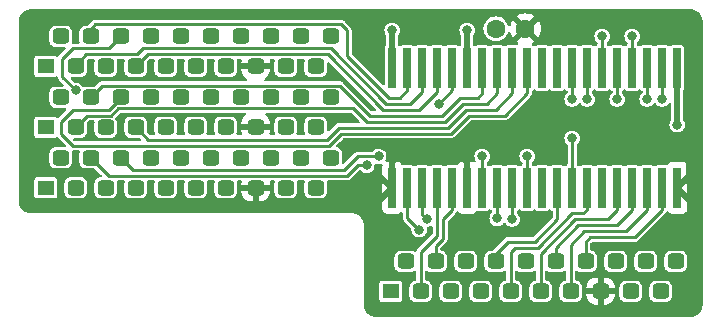
<source format=gtl>
G04 #@! TF.GenerationSoftware,KiCad,Pcbnew,7.0.2-0*
G04 #@! TF.CreationDate,2023-06-03T15:31:31+02:00*
G04 #@! TF.ProjectId,MegaCD,4d656761-4344-42e6-9b69-6361645f7063,rev?*
G04 #@! TF.SameCoordinates,Original*
G04 #@! TF.FileFunction,Copper,L1,Top*
G04 #@! TF.FilePolarity,Positive*
%FSLAX46Y46*%
G04 Gerber Fmt 4.6, Leading zero omitted, Abs format (unit mm)*
G04 Created by KiCad (PCBNEW 7.0.2-0) date 2023-06-03 15:31:31*
%MOMM*%
%LPD*%
G01*
G04 APERTURE LIST*
G04 Aperture macros list*
%AMRoundRect*
0 Rectangle with rounded corners*
0 $1 Rounding radius*
0 $2 $3 $4 $5 $6 $7 $8 $9 X,Y pos of 4 corners*
0 Add a 4 corners polygon primitive as box body*
4,1,4,$2,$3,$4,$5,$6,$7,$8,$9,$2,$3,0*
0 Add four circle primitives for the rounded corners*
1,1,$1+$1,$2,$3*
1,1,$1+$1,$4,$5*
1,1,$1+$1,$6,$7*
1,1,$1+$1,$8,$9*
0 Add four rect primitives between the rounded corners*
20,1,$1+$1,$2,$3,$4,$5,0*
20,1,$1+$1,$4,$5,$6,$7,0*
20,1,$1+$1,$6,$7,$8,$9,0*
20,1,$1+$1,$8,$9,$2,$3,0*%
G04 Aperture macros list end*
G04 #@! TA.AperFunction,SMDPad,CuDef*
%ADD10R,0.700000X3.400000*%
G04 #@! TD*
G04 #@! TA.AperFunction,ComponentPad*
%ADD11R,1.400000X1.300000*%
G04 #@! TD*
G04 #@! TA.AperFunction,ComponentPad*
%ADD12RoundRect,0.325000X0.375000X-0.325000X0.375000X0.325000X-0.375000X0.325000X-0.375000X-0.325000X0*%
G04 #@! TD*
G04 #@! TA.AperFunction,ComponentPad*
%ADD13C,1.600000*%
G04 #@! TD*
G04 #@! TA.AperFunction,ViaPad*
%ADD14C,0.800000*%
G04 #@! TD*
G04 #@! TA.AperFunction,Conductor*
%ADD15C,0.250000*%
G04 #@! TD*
G04 #@! TA.AperFunction,Conductor*
%ADD16C,0.500000*%
G04 #@! TD*
G04 APERTURE END LIST*
D10*
X148717000Y-119888000D03*
X149987000Y-119888000D03*
X151257000Y-119888000D03*
X152527000Y-119888000D03*
X153797000Y-119888000D03*
X155067000Y-119888000D03*
X156337000Y-119888000D03*
X157607000Y-119888000D03*
X158877000Y-119888000D03*
X160147000Y-119888000D03*
X161417000Y-119888000D03*
X162687000Y-119888000D03*
X163957000Y-119888000D03*
X165227000Y-119888000D03*
X166497000Y-119888000D03*
X167767000Y-119888000D03*
X169037000Y-119888000D03*
X170307000Y-119888000D03*
X171577000Y-119888000D03*
X172847000Y-119888000D03*
X172847000Y-109728000D03*
X171577000Y-109728000D03*
X170307000Y-109728000D03*
X169037000Y-109728000D03*
X167767000Y-109728000D03*
X166497000Y-109728000D03*
X165227000Y-109728000D03*
X163957000Y-109728000D03*
X162687000Y-109728000D03*
X161417000Y-109728000D03*
X160147000Y-109728000D03*
X158877000Y-109728000D03*
X157607000Y-109728000D03*
X156337000Y-109728000D03*
X155067000Y-109728000D03*
X153797000Y-109728000D03*
X152527000Y-109728000D03*
X151257000Y-109728000D03*
X149987000Y-109728000D03*
X148717000Y-109728000D03*
D11*
X119380000Y-114757200D03*
D12*
X120650000Y-112217200D03*
X121920000Y-114757200D03*
X123190000Y-112217200D03*
X124460000Y-114757200D03*
X125730000Y-112217200D03*
X127000000Y-114757200D03*
X128270000Y-112217200D03*
X129540000Y-114757200D03*
X130810000Y-112217200D03*
X132080000Y-114757200D03*
X133350000Y-112217200D03*
X134620000Y-114757200D03*
X135890000Y-112217200D03*
X137160000Y-114757200D03*
X138430000Y-112217200D03*
X139700000Y-114757200D03*
X140970000Y-112217200D03*
X142240000Y-114757200D03*
X143510000Y-112217200D03*
D11*
X119380000Y-119888000D03*
D12*
X120650000Y-117348000D03*
X121920000Y-119888000D03*
X123190000Y-117348000D03*
X124460000Y-119888000D03*
X125730000Y-117348000D03*
X127000000Y-119888000D03*
X128270000Y-117348000D03*
X129540000Y-119888000D03*
X130810000Y-117348000D03*
X132080000Y-119888000D03*
X133350000Y-117348000D03*
X134620000Y-119888000D03*
X135890000Y-117348000D03*
X137160000Y-119888000D03*
X138430000Y-117348000D03*
X139700000Y-119888000D03*
X140970000Y-117348000D03*
X142240000Y-119888000D03*
X143510000Y-117348000D03*
D11*
X119380000Y-109601000D03*
D12*
X120650000Y-107061000D03*
X121920000Y-109601000D03*
X123190000Y-107061000D03*
X124460000Y-109601000D03*
X125730000Y-107061000D03*
X127000000Y-109601000D03*
X128270000Y-107061000D03*
X129540000Y-109601000D03*
X130810000Y-107061000D03*
X132080000Y-109601000D03*
X133350000Y-107061000D03*
X134620000Y-109601000D03*
X135890000Y-107061000D03*
X137160000Y-109601000D03*
X138430000Y-107061000D03*
X139700000Y-109601000D03*
X140970000Y-107061000D03*
X142240000Y-109601000D03*
X143510000Y-107061000D03*
D11*
X148590000Y-128651000D03*
D12*
X149860000Y-126111000D03*
X151130000Y-128651000D03*
X152400000Y-126111000D03*
X153670000Y-128651000D03*
X154940000Y-126111000D03*
X156210000Y-128651000D03*
X157480000Y-126111000D03*
X158750000Y-128651000D03*
X160020000Y-126111000D03*
X161290000Y-128651000D03*
X162560000Y-126111000D03*
X163830000Y-128651000D03*
X165100000Y-126111000D03*
X166370000Y-128651000D03*
X167640000Y-126111000D03*
X168910000Y-128651000D03*
X170180000Y-126111000D03*
X171450000Y-128651000D03*
X172720000Y-126111000D03*
D13*
X160000000Y-106426000D03*
X157500000Y-106426000D03*
D14*
X172847000Y-114554000D03*
X155067000Y-106553000D03*
X148717000Y-106553000D03*
X146812000Y-121158000D03*
X147574000Y-117221000D03*
X156337000Y-117221000D03*
X151638000Y-122555000D03*
X151003000Y-123444000D03*
X121920000Y-111633000D03*
X152654000Y-112792500D03*
X146566250Y-117991250D03*
X160147000Y-117221000D03*
X158877000Y-122555000D03*
X157607000Y-122480207D03*
X165227000Y-112395000D03*
X166497000Y-107061000D03*
X167767000Y-112395000D03*
X169037000Y-107061000D03*
X170307000Y-112395000D03*
X171577000Y-112395000D03*
X163957000Y-112395000D03*
X163957000Y-115697000D03*
D15*
X160782000Y-124460000D02*
X162687000Y-122555000D01*
X158496000Y-124460000D02*
X160782000Y-124460000D01*
X162687000Y-122555000D02*
X162687000Y-119888000D01*
X157480000Y-125476000D02*
X158496000Y-124460000D01*
X157480000Y-126111000D02*
X157480000Y-125476000D01*
D16*
X172847000Y-109728000D02*
X172847000Y-114554000D01*
X155067000Y-109728000D02*
X155067000Y-106553000D01*
X148717000Y-109728000D02*
X148717000Y-106553000D01*
X137160000Y-121031000D02*
X137160000Y-119888000D01*
X155067000Y-117729000D02*
X155067000Y-119888000D01*
X147447000Y-121158000D02*
X148717000Y-119888000D01*
X148717000Y-117729000D02*
X149352000Y-117094000D01*
X148717000Y-119888000D02*
X148717000Y-117729000D01*
X146812000Y-121158000D02*
X147447000Y-121158000D01*
X166751000Y-124841000D02*
X172085000Y-124841000D01*
X172847000Y-119888000D02*
X173863000Y-118872000D01*
X173863000Y-107315000D02*
X171958000Y-105410000D01*
X172085000Y-124841000D02*
X174244000Y-122682000D01*
X174244000Y-122682000D02*
X174244000Y-121285000D01*
X166370000Y-125222000D02*
X166751000Y-124841000D01*
X161143000Y-105410000D02*
X160000000Y-106553000D01*
X154432000Y-117094000D02*
X155067000Y-117729000D01*
X146812000Y-121158000D02*
X146558000Y-121412000D01*
X171958000Y-105410000D02*
X161143000Y-105410000D01*
X149352000Y-117094000D02*
X154432000Y-117094000D01*
X137541000Y-121412000D02*
X137160000Y-121031000D01*
X146558000Y-121412000D02*
X137541000Y-121412000D01*
X174244000Y-121285000D02*
X172847000Y-119888000D01*
X166370000Y-128651000D02*
X166370000Y-125222000D01*
X173863000Y-118872000D02*
X173863000Y-107315000D01*
D15*
X145796000Y-117221000D02*
X144653000Y-118364000D01*
X126746000Y-118364000D02*
X125730000Y-117348000D01*
X144653000Y-118364000D02*
X126746000Y-118364000D01*
X156337000Y-117221000D02*
X156337000Y-119888000D01*
X147574000Y-117221000D02*
X145796000Y-117221000D01*
X152400000Y-124841000D02*
X153035000Y-124206000D01*
X153035000Y-122555000D02*
X153797000Y-121793000D01*
X153797000Y-121793000D02*
X153797000Y-119888000D01*
X152400000Y-126111000D02*
X152400000Y-124841000D01*
X153035000Y-124206000D02*
X153035000Y-122555000D01*
X151130000Y-125349000D02*
X152527000Y-123952000D01*
X151130000Y-128651000D02*
X151130000Y-125349000D01*
X152527000Y-123952000D02*
X152527000Y-119888000D01*
X151257000Y-122174000D02*
X151257000Y-119888000D01*
X151638000Y-122555000D02*
X151257000Y-122174000D01*
X151003000Y-123444000D02*
X149987000Y-122428000D01*
X149987000Y-122428000D02*
X149987000Y-119888000D01*
X149987000Y-111633000D02*
X149987000Y-109728000D01*
X123190000Y-107061000D02*
X123190000Y-106426000D01*
X148463000Y-112268000D02*
X149352000Y-112268000D01*
X123571000Y-106045000D02*
X144399000Y-106045000D01*
X144399000Y-106045000D02*
X144907000Y-106553000D01*
X144907000Y-108712000D02*
X148463000Y-112268000D01*
X149352000Y-112268000D02*
X149987000Y-111633000D01*
X144907000Y-106553000D02*
X144907000Y-108712000D01*
X123190000Y-106426000D02*
X123571000Y-106045000D01*
X121920000Y-109601000D02*
X121920000Y-109474000D01*
X151257000Y-111760000D02*
X151257000Y-109728000D01*
X121920000Y-109474000D02*
X122809000Y-108585000D01*
X143510000Y-108077000D02*
X148209000Y-112776000D01*
X148209000Y-112776000D02*
X150241000Y-112776000D01*
X127635000Y-108077000D02*
X143510000Y-108077000D01*
X150241000Y-112776000D02*
X151257000Y-111760000D01*
X127127000Y-108585000D02*
X127635000Y-108077000D01*
X122809000Y-108585000D02*
X127127000Y-108585000D01*
X147955000Y-113284000D02*
X151003000Y-113284000D01*
X127000000Y-109601000D02*
X128016000Y-108585000D01*
X152527000Y-111760000D02*
X152527000Y-109728000D01*
X143256000Y-108585000D02*
X147955000Y-113284000D01*
X151003000Y-113284000D02*
X152527000Y-111760000D01*
X128016000Y-108585000D02*
X143256000Y-108585000D01*
X120777000Y-108966000D02*
X121666000Y-108077000D01*
X121920000Y-111633000D02*
X120777000Y-110490000D01*
X153797000Y-111649500D02*
X153797000Y-109728000D01*
X120777000Y-110490000D02*
X120777000Y-108966000D01*
X152654000Y-112792500D02*
X153797000Y-111649500D01*
X121666000Y-108077000D02*
X124714000Y-108077000D01*
X124714000Y-108077000D02*
X125730000Y-107061000D01*
X124155200Y-111252000D02*
X144272000Y-111252000D01*
X156337000Y-111887000D02*
X156337000Y-109728000D01*
X123190000Y-112217200D02*
X124155200Y-111252000D01*
X146812000Y-113792000D02*
X152908000Y-113792000D01*
X144272000Y-111252000D02*
X146812000Y-113792000D01*
X155956000Y-112268000D02*
X156337000Y-111887000D01*
X152908000Y-113792000D02*
X154432000Y-112268000D01*
X154432000Y-112268000D02*
X155956000Y-112268000D01*
X146558000Y-114300000D02*
X153162000Y-114300000D01*
X125526680Y-113157000D02*
X145415000Y-113157000D01*
X121920000Y-114757200D02*
X122885200Y-113792000D01*
X124891680Y-113792000D02*
X125526680Y-113157000D01*
X156718000Y-112776000D02*
X157607000Y-111887000D01*
X154686000Y-112776000D02*
X156718000Y-112776000D01*
X145415000Y-113157000D02*
X146558000Y-114300000D01*
X157607000Y-111887000D02*
X157607000Y-109728000D01*
X153162000Y-114300000D02*
X154686000Y-112776000D01*
X122885200Y-113792000D02*
X124891680Y-113792000D01*
X153416000Y-114808000D02*
X154940000Y-113284000D01*
X157480000Y-113284000D02*
X158877000Y-111887000D01*
X158877000Y-111887000D02*
X158877000Y-109728000D01*
X144179101Y-114808000D02*
X153416000Y-114808000D01*
X143163101Y-115824000D02*
X144179101Y-114808000D01*
X154940000Y-113284000D02*
X157480000Y-113284000D01*
X127000000Y-114757200D02*
X128066800Y-115824000D01*
X128066800Y-115824000D02*
X143163101Y-115824000D01*
X120650000Y-114300000D02*
X120650000Y-115316000D01*
X121666000Y-116332000D02*
X143397815Y-116332000D01*
X120650000Y-115316000D02*
X121666000Y-116332000D01*
X125730000Y-112217200D02*
X125730000Y-112268000D01*
X124714000Y-113284000D02*
X121666000Y-113284000D01*
X144413815Y-115316000D02*
X153670000Y-115316000D01*
X158242000Y-113792000D02*
X160147000Y-111887000D01*
X153670000Y-115316000D02*
X155194000Y-113792000D01*
X121666000Y-113284000D02*
X120650000Y-114300000D01*
X155194000Y-113792000D02*
X158242000Y-113792000D01*
X125730000Y-112268000D02*
X124714000Y-113284000D01*
X160147000Y-111887000D02*
X160147000Y-109728000D01*
X143397815Y-116332000D02*
X144413815Y-115316000D01*
X145787750Y-117991250D02*
X144907000Y-118872000D01*
X144907000Y-118872000D02*
X124714000Y-118872000D01*
X160147000Y-119888000D02*
X160147000Y-117221000D01*
X146566250Y-117991250D02*
X145787750Y-117991250D01*
X124714000Y-118872000D02*
X123190000Y-117348000D01*
X158877000Y-122555000D02*
X158877000Y-119888000D01*
X157607000Y-122480207D02*
X157607000Y-119888000D01*
X165227000Y-109728000D02*
X165227000Y-112395000D01*
X166497000Y-107061000D02*
X166497000Y-109728000D01*
X167767000Y-112395000D02*
X167767000Y-109728000D01*
X169037000Y-107061000D02*
X169037000Y-109728000D01*
X170307000Y-112395000D02*
X170307000Y-109728000D01*
X171577000Y-112395000D02*
X171577000Y-109728000D01*
X165100000Y-126111000D02*
X165100000Y-124460000D01*
X169291000Y-124079000D02*
X171577000Y-121793000D01*
X171577000Y-121793000D02*
X171577000Y-119888000D01*
X165100000Y-124460000D02*
X165481000Y-124079000D01*
X165481000Y-124079000D02*
X169291000Y-124079000D01*
X170307000Y-121793000D02*
X170307000Y-119888000D01*
X163830000Y-124714000D02*
X164973000Y-123571000D01*
X164973000Y-123571000D02*
X168529000Y-123571000D01*
X168529000Y-123571000D02*
X170307000Y-121793000D01*
X163830000Y-128651000D02*
X163830000Y-124714000D01*
X164465000Y-123063000D02*
X167767000Y-123063000D01*
X167767000Y-123063000D02*
X169037000Y-121793000D01*
X162560000Y-124968000D02*
X164465000Y-123063000D01*
X162560000Y-126111000D02*
X162560000Y-124968000D01*
X169037000Y-121793000D02*
X169037000Y-119888000D01*
X167005000Y-122555000D02*
X167767000Y-121793000D01*
X161290000Y-128651000D02*
X161290000Y-125476000D01*
X161290000Y-125476000D02*
X164211000Y-122555000D01*
X167767000Y-121793000D02*
X167767000Y-119888000D01*
X164211000Y-122555000D02*
X167005000Y-122555000D01*
X163957000Y-122047000D02*
X164909500Y-122047000D01*
X164909500Y-122047000D02*
X165227000Y-121729500D01*
X159131000Y-124968000D02*
X161036000Y-124968000D01*
X161036000Y-124968000D02*
X163957000Y-122047000D01*
X165227000Y-121729500D02*
X165227000Y-119888000D01*
X158750000Y-128651000D02*
X158750000Y-125349000D01*
X158750000Y-125349000D02*
X159131000Y-124968000D01*
X163957000Y-112395000D02*
X163957000Y-109728000D01*
X163957000Y-115697000D02*
X163957000Y-119888000D01*
G04 #@! TA.AperFunction,Conductor*
G36*
X136302313Y-113552185D02*
G01*
X136348068Y-113604989D01*
X136358012Y-113674147D01*
X136328987Y-113737703D01*
X136312961Y-113753147D01*
X136198196Y-113845397D01*
X136085771Y-113985259D01*
X136006040Y-114146023D01*
X135962731Y-114320168D01*
X135960141Y-114358364D01*
X135960000Y-114362553D01*
X135960000Y-114507200D01*
X136844314Y-114507200D01*
X136832359Y-114519155D01*
X136774835Y-114632052D01*
X136755014Y-114757200D01*
X136774835Y-114882348D01*
X136832359Y-114995245D01*
X136844314Y-115007200D01*
X135960000Y-115007200D01*
X135960000Y-115151846D01*
X135960141Y-115156035D01*
X135962731Y-115194231D01*
X135987686Y-115294574D01*
X135984762Y-115364382D01*
X135944562Y-115421528D01*
X135879847Y-115447869D01*
X135867351Y-115448500D01*
X135651769Y-115448500D01*
X135584730Y-115428815D01*
X135538975Y-115376011D01*
X135529031Y-115306853D01*
X135537208Y-115277047D01*
X135555687Y-115232435D01*
X135559365Y-115204500D01*
X135570500Y-115119920D01*
X135570500Y-114394480D01*
X135555687Y-114281964D01*
X135497698Y-114141967D01*
X135405451Y-114021749D01*
X135285233Y-113929502D01*
X135145236Y-113871513D01*
X135086356Y-113863761D01*
X135036739Y-113857229D01*
X135036737Y-113857228D01*
X135032720Y-113856700D01*
X134207280Y-113856700D01*
X134203263Y-113857228D01*
X134203260Y-113857229D01*
X134094764Y-113871513D01*
X133954768Y-113929501D01*
X133834549Y-114021749D01*
X133742301Y-114141968D01*
X133684313Y-114281964D01*
X133678074Y-114329357D01*
X133669500Y-114394480D01*
X133669500Y-115119920D01*
X133670028Y-115123937D01*
X133670029Y-115123939D01*
X133684312Y-115232435D01*
X133702792Y-115277047D01*
X133710261Y-115346516D01*
X133678986Y-115408995D01*
X133618898Y-115444648D01*
X133588231Y-115448500D01*
X133111769Y-115448500D01*
X133044730Y-115428815D01*
X132998975Y-115376011D01*
X132989031Y-115306853D01*
X132997208Y-115277047D01*
X133015687Y-115232435D01*
X133019365Y-115204500D01*
X133030500Y-115119920D01*
X133030500Y-114394480D01*
X133015687Y-114281964D01*
X132957698Y-114141967D01*
X132865451Y-114021749D01*
X132745233Y-113929502D01*
X132605236Y-113871513D01*
X132546356Y-113863761D01*
X132496739Y-113857229D01*
X132496737Y-113857228D01*
X132492720Y-113856700D01*
X131667280Y-113856700D01*
X131663263Y-113857228D01*
X131663260Y-113857229D01*
X131554764Y-113871513D01*
X131414768Y-113929501D01*
X131294549Y-114021749D01*
X131202301Y-114141968D01*
X131144313Y-114281964D01*
X131138074Y-114329357D01*
X131129500Y-114394480D01*
X131129500Y-115119920D01*
X131130028Y-115123937D01*
X131130029Y-115123939D01*
X131144312Y-115232435D01*
X131162792Y-115277047D01*
X131170261Y-115346516D01*
X131138986Y-115408995D01*
X131078898Y-115444648D01*
X131048231Y-115448500D01*
X130571769Y-115448500D01*
X130504730Y-115428815D01*
X130458975Y-115376011D01*
X130449031Y-115306853D01*
X130457208Y-115277047D01*
X130475687Y-115232435D01*
X130479365Y-115204500D01*
X130490500Y-115119920D01*
X130490500Y-114394480D01*
X130475687Y-114281964D01*
X130417698Y-114141967D01*
X130325451Y-114021749D01*
X130205233Y-113929502D01*
X130065236Y-113871513D01*
X130006356Y-113863761D01*
X129956739Y-113857229D01*
X129956737Y-113857228D01*
X129952720Y-113856700D01*
X129127280Y-113856700D01*
X129123263Y-113857228D01*
X129123260Y-113857229D01*
X129014764Y-113871513D01*
X128874768Y-113929501D01*
X128754549Y-114021749D01*
X128662301Y-114141968D01*
X128604313Y-114281964D01*
X128598074Y-114329357D01*
X128589500Y-114394480D01*
X128589500Y-115119920D01*
X128590028Y-115123937D01*
X128590029Y-115123939D01*
X128604312Y-115232435D01*
X128622792Y-115277047D01*
X128630261Y-115346516D01*
X128598986Y-115408995D01*
X128538898Y-115444648D01*
X128508231Y-115448500D01*
X128273699Y-115448500D01*
X128206660Y-115428815D01*
X128186018Y-115412181D01*
X127986487Y-115212650D01*
X127953002Y-115151327D01*
X127950550Y-115118383D01*
X127950500Y-115119920D01*
X127950500Y-114394480D01*
X127935687Y-114281964D01*
X127877698Y-114141967D01*
X127785451Y-114021749D01*
X127665233Y-113929502D01*
X127525236Y-113871513D01*
X127466356Y-113863761D01*
X127416739Y-113857229D01*
X127416737Y-113857228D01*
X127412720Y-113856700D01*
X126587280Y-113856700D01*
X126583263Y-113857228D01*
X126583260Y-113857229D01*
X126474764Y-113871513D01*
X126334768Y-113929501D01*
X126214549Y-114021749D01*
X126122301Y-114141968D01*
X126064313Y-114281964D01*
X126058074Y-114329357D01*
X126049500Y-114394480D01*
X126049500Y-115119920D01*
X126064313Y-115232436D01*
X126122302Y-115372433D01*
X126214549Y-115492651D01*
X126334767Y-115584898D01*
X126474764Y-115642887D01*
X126587280Y-115657700D01*
X127318101Y-115657700D01*
X127385140Y-115677385D01*
X127405782Y-115694019D01*
X127456582Y-115744819D01*
X127490067Y-115806142D01*
X127485083Y-115875834D01*
X127443211Y-115931767D01*
X127377747Y-115956184D01*
X127368901Y-115956500D01*
X121872899Y-115956500D01*
X121805860Y-115936815D01*
X121785218Y-115920181D01*
X121734418Y-115869381D01*
X121700933Y-115808058D01*
X121705917Y-115738366D01*
X121747789Y-115682433D01*
X121813253Y-115658016D01*
X121822099Y-115657700D01*
X122328667Y-115657700D01*
X122332720Y-115657700D01*
X122445236Y-115642887D01*
X122585233Y-115584898D01*
X122705451Y-115492651D01*
X122797698Y-115372433D01*
X122855687Y-115232436D01*
X122870500Y-115119920D01*
X122870500Y-114394480D01*
X122870579Y-114396895D01*
X122885692Y-114329357D01*
X122906489Y-114301748D01*
X123004421Y-114203818D01*
X123065744Y-114170334D01*
X123092101Y-114167500D01*
X123397988Y-114167500D01*
X123465027Y-114187185D01*
X123510782Y-114239989D01*
X123520926Y-114307684D01*
X123509500Y-114394480D01*
X123509500Y-115119920D01*
X123524313Y-115232436D01*
X123582302Y-115372433D01*
X123674549Y-115492651D01*
X123794767Y-115584898D01*
X123934764Y-115642887D01*
X124047280Y-115657700D01*
X124051333Y-115657700D01*
X124868667Y-115657700D01*
X124872720Y-115657700D01*
X124985236Y-115642887D01*
X125125233Y-115584898D01*
X125245451Y-115492651D01*
X125337698Y-115372433D01*
X125395687Y-115232436D01*
X125410500Y-115119920D01*
X125410500Y-114394480D01*
X125395687Y-114281964D01*
X125337698Y-114141967D01*
X125288862Y-114078323D01*
X125263669Y-114013156D01*
X125277707Y-113944711D01*
X125299554Y-113915161D01*
X125645897Y-113568819D01*
X125707221Y-113535334D01*
X125733579Y-113532500D01*
X136235274Y-113532500D01*
X136302313Y-113552185D01*
G37*
G04 #@! TD.AperFunction*
G04 #@! TA.AperFunction,Conductor*
G36*
X145275140Y-113552185D02*
G01*
X145295782Y-113568819D01*
X145947782Y-114220819D01*
X145981267Y-114282142D01*
X145976283Y-114351834D01*
X145934411Y-114407767D01*
X145868947Y-114432184D01*
X145860101Y-114432500D01*
X144230906Y-114432500D01*
X144205460Y-114429861D01*
X144194834Y-114427633D01*
X144194833Y-114427633D01*
X144176959Y-114429861D01*
X144163424Y-114431548D01*
X144148087Y-114432500D01*
X144147985Y-114432500D01*
X144127500Y-114435918D01*
X144122433Y-114436657D01*
X144062668Y-114444107D01*
X144062413Y-114444189D01*
X144009471Y-114472838D01*
X144004921Y-114475180D01*
X143950816Y-114501632D01*
X143950606Y-114501788D01*
X143909820Y-114546093D01*
X143906273Y-114549789D01*
X143402181Y-115053881D01*
X143340858Y-115087366D01*
X143271166Y-115082382D01*
X143215233Y-115040510D01*
X143190816Y-114975046D01*
X143190500Y-114966200D01*
X143190500Y-114398533D01*
X143190500Y-114398531D01*
X143190500Y-114394480D01*
X143175687Y-114281964D01*
X143117698Y-114141967D01*
X143025451Y-114021749D01*
X142905233Y-113929502D01*
X142765236Y-113871513D01*
X142706356Y-113863761D01*
X142656739Y-113857229D01*
X142656737Y-113857228D01*
X142652720Y-113856700D01*
X141827280Y-113856700D01*
X141823263Y-113857228D01*
X141823260Y-113857229D01*
X141714764Y-113871513D01*
X141574768Y-113929501D01*
X141454549Y-114021749D01*
X141362301Y-114141968D01*
X141304313Y-114281964D01*
X141298074Y-114329357D01*
X141289500Y-114394480D01*
X141289500Y-115119920D01*
X141290028Y-115123937D01*
X141290029Y-115123939D01*
X141304312Y-115232435D01*
X141322792Y-115277047D01*
X141330261Y-115346516D01*
X141298986Y-115408995D01*
X141238898Y-115444648D01*
X141208231Y-115448500D01*
X140731769Y-115448500D01*
X140664730Y-115428815D01*
X140618975Y-115376011D01*
X140609031Y-115306853D01*
X140617208Y-115277047D01*
X140635687Y-115232435D01*
X140639365Y-115204500D01*
X140650500Y-115119920D01*
X140650500Y-114394480D01*
X140635687Y-114281964D01*
X140577698Y-114141967D01*
X140485451Y-114021749D01*
X140365233Y-113929502D01*
X140225236Y-113871513D01*
X140166356Y-113863761D01*
X140116739Y-113857229D01*
X140116737Y-113857228D01*
X140112720Y-113856700D01*
X139287280Y-113856700D01*
X139283263Y-113857228D01*
X139283260Y-113857229D01*
X139174764Y-113871513D01*
X139034768Y-113929501D01*
X138914549Y-114021749D01*
X138822301Y-114141968D01*
X138764313Y-114281964D01*
X138758074Y-114329357D01*
X138749500Y-114394480D01*
X138749500Y-115119920D01*
X138750028Y-115123937D01*
X138750029Y-115123939D01*
X138764312Y-115232435D01*
X138782792Y-115277047D01*
X138790261Y-115346516D01*
X138758986Y-115408995D01*
X138698898Y-115444648D01*
X138668231Y-115448500D01*
X138452649Y-115448500D01*
X138385610Y-115428815D01*
X138339855Y-115376011D01*
X138329911Y-115306853D01*
X138332314Y-115294574D01*
X138357268Y-115194231D01*
X138359858Y-115156035D01*
X138360000Y-115151846D01*
X138360000Y-115007200D01*
X137475686Y-115007200D01*
X137487641Y-114995245D01*
X137545165Y-114882348D01*
X137564986Y-114757200D01*
X137545165Y-114632052D01*
X137487641Y-114519155D01*
X137475686Y-114507200D01*
X138360000Y-114507200D01*
X138360000Y-114362553D01*
X138359858Y-114358364D01*
X138357268Y-114320168D01*
X138313959Y-114146023D01*
X138234228Y-113985259D01*
X138121803Y-113845397D01*
X138007039Y-113753147D01*
X137967120Y-113695804D01*
X137964540Y-113625982D01*
X138000119Y-113565849D01*
X138062559Y-113534497D01*
X138084726Y-113532500D01*
X145208101Y-113532500D01*
X145275140Y-113552185D01*
G37*
G04 #@! TD.AperFunction*
G04 #@! TA.AperFunction,Conductor*
G36*
X123474228Y-108980185D02*
G01*
X123519983Y-109032989D01*
X123529927Y-109102147D01*
X123525111Y-109119696D01*
X123513703Y-109206353D01*
X123509500Y-109238280D01*
X123509500Y-109963720D01*
X123510028Y-109967737D01*
X123510029Y-109967739D01*
X123524313Y-110076235D01*
X123580621Y-110212176D01*
X123582302Y-110216233D01*
X123674549Y-110336451D01*
X123794767Y-110428698D01*
X123934764Y-110486687D01*
X124047280Y-110501500D01*
X124051333Y-110501500D01*
X124868667Y-110501500D01*
X124872720Y-110501500D01*
X124985236Y-110486687D01*
X125125233Y-110428698D01*
X125245451Y-110336451D01*
X125337698Y-110216233D01*
X125395687Y-110076236D01*
X125410500Y-109963720D01*
X125410500Y-109238280D01*
X125395687Y-109125764D01*
X125395686Y-109125763D01*
X125393556Y-109109578D01*
X125395812Y-109109280D01*
X125390780Y-109062488D01*
X125422053Y-109000008D01*
X125482140Y-108964353D01*
X125512811Y-108960500D01*
X125947189Y-108960500D01*
X126014228Y-108980185D01*
X126059983Y-109032989D01*
X126069927Y-109102147D01*
X126065111Y-109119696D01*
X126053703Y-109206353D01*
X126049500Y-109238280D01*
X126049500Y-109963720D01*
X126050028Y-109967737D01*
X126050029Y-109967739D01*
X126064313Y-110076235D01*
X126120621Y-110212176D01*
X126122302Y-110216233D01*
X126214549Y-110336451D01*
X126334767Y-110428698D01*
X126474764Y-110486687D01*
X126587280Y-110501500D01*
X126591333Y-110501500D01*
X127408667Y-110501500D01*
X127412720Y-110501500D01*
X127525236Y-110486687D01*
X127665233Y-110428698D01*
X127785451Y-110336451D01*
X127877698Y-110216233D01*
X127935687Y-110076236D01*
X127950500Y-109963720D01*
X127950500Y-109238280D01*
X127950579Y-109240695D01*
X127965692Y-109173157D01*
X127986488Y-109145548D01*
X128006273Y-109125764D01*
X128087418Y-109044619D01*
X128135220Y-108996818D01*
X128196544Y-108963334D01*
X128222901Y-108960500D01*
X128487189Y-108960500D01*
X128554228Y-108980185D01*
X128599983Y-109032989D01*
X128609927Y-109102147D01*
X128605111Y-109119696D01*
X128593703Y-109206353D01*
X128589500Y-109238280D01*
X128589500Y-109963720D01*
X128590028Y-109967737D01*
X128590029Y-109967739D01*
X128604313Y-110076235D01*
X128660621Y-110212176D01*
X128662302Y-110216233D01*
X128754549Y-110336451D01*
X128874767Y-110428698D01*
X129014764Y-110486687D01*
X129127280Y-110501500D01*
X129131333Y-110501500D01*
X129948667Y-110501500D01*
X129952720Y-110501500D01*
X130065236Y-110486687D01*
X130205233Y-110428698D01*
X130325451Y-110336451D01*
X130417698Y-110216233D01*
X130475687Y-110076236D01*
X130490500Y-109963720D01*
X130490500Y-109238280D01*
X130475687Y-109125764D01*
X130475686Y-109125763D01*
X130473556Y-109109578D01*
X130475812Y-109109280D01*
X130470780Y-109062488D01*
X130502053Y-109000008D01*
X130562140Y-108964353D01*
X130592811Y-108960500D01*
X131027189Y-108960500D01*
X131094228Y-108980185D01*
X131139983Y-109032989D01*
X131149927Y-109102147D01*
X131145111Y-109119696D01*
X131133703Y-109206353D01*
X131129500Y-109238280D01*
X131129500Y-109963720D01*
X131130028Y-109967737D01*
X131130029Y-109967739D01*
X131144313Y-110076235D01*
X131200621Y-110212176D01*
X131202302Y-110216233D01*
X131294549Y-110336451D01*
X131414767Y-110428698D01*
X131554764Y-110486687D01*
X131667280Y-110501500D01*
X131671333Y-110501500D01*
X132488667Y-110501500D01*
X132492720Y-110501500D01*
X132605236Y-110486687D01*
X132745233Y-110428698D01*
X132865451Y-110336451D01*
X132957698Y-110216233D01*
X133015687Y-110076236D01*
X133030500Y-109963720D01*
X133030500Y-109238280D01*
X133015687Y-109125764D01*
X133015686Y-109125763D01*
X133013556Y-109109578D01*
X133015812Y-109109280D01*
X133010780Y-109062488D01*
X133042053Y-109000008D01*
X133102140Y-108964353D01*
X133132811Y-108960500D01*
X133567189Y-108960500D01*
X133634228Y-108980185D01*
X133679983Y-109032989D01*
X133689927Y-109102147D01*
X133685111Y-109119696D01*
X133673703Y-109206353D01*
X133669500Y-109238280D01*
X133669500Y-109963720D01*
X133670028Y-109967737D01*
X133670029Y-109967739D01*
X133684313Y-110076235D01*
X133740621Y-110212176D01*
X133742302Y-110216233D01*
X133834549Y-110336451D01*
X133954767Y-110428698D01*
X134094764Y-110486687D01*
X134207280Y-110501500D01*
X134211333Y-110501500D01*
X135028667Y-110501500D01*
X135032720Y-110501500D01*
X135145236Y-110486687D01*
X135285233Y-110428698D01*
X135405451Y-110336451D01*
X135497698Y-110216233D01*
X135555687Y-110076236D01*
X135570500Y-109963720D01*
X135570500Y-109238280D01*
X135555687Y-109125764D01*
X135555686Y-109125763D01*
X135553556Y-109109578D01*
X135555812Y-109109280D01*
X135550780Y-109062488D01*
X135582053Y-109000008D01*
X135642140Y-108964353D01*
X135672811Y-108960500D01*
X135854718Y-108960500D01*
X135921757Y-108980185D01*
X135967512Y-109032989D01*
X135977456Y-109102147D01*
X135975052Y-109114427D01*
X135962731Y-109163965D01*
X135960141Y-109202164D01*
X135960000Y-109206353D01*
X135960000Y-109351000D01*
X136844314Y-109351000D01*
X136832359Y-109362955D01*
X136774835Y-109475852D01*
X136755014Y-109601000D01*
X136774835Y-109726148D01*
X136832359Y-109839045D01*
X136844314Y-109851000D01*
X135960000Y-109851000D01*
X135960000Y-109995646D01*
X135960141Y-109999835D01*
X135962731Y-110038031D01*
X136006040Y-110212176D01*
X136085771Y-110372940D01*
X136198197Y-110512802D01*
X136338061Y-110625229D01*
X136370691Y-110641412D01*
X136422004Y-110688833D01*
X136439533Y-110756468D01*
X136417714Y-110822843D01*
X136363473Y-110866885D01*
X136315597Y-110876500D01*
X124207005Y-110876500D01*
X124181559Y-110873861D01*
X124170933Y-110871633D01*
X124170932Y-110871633D01*
X124153058Y-110873861D01*
X124139523Y-110875548D01*
X124124186Y-110876500D01*
X124124084Y-110876500D01*
X124103599Y-110879918D01*
X124098532Y-110880657D01*
X124038767Y-110888107D01*
X124038512Y-110888189D01*
X123985570Y-110916838D01*
X123981020Y-110919180D01*
X123926915Y-110945632D01*
X123926705Y-110945788D01*
X123885919Y-110990093D01*
X123882372Y-110993789D01*
X123595780Y-111280382D01*
X123534460Y-111313866D01*
X123508101Y-111316700D01*
X122777280Y-111316700D01*
X122773263Y-111317228D01*
X122773260Y-111317229D01*
X122664762Y-111331513D01*
X122631010Y-111345493D01*
X122561541Y-111352960D01*
X122499062Y-111321684D01*
X122481510Y-111301371D01*
X122410484Y-111198471D01*
X122388258Y-111178781D01*
X122292240Y-111093717D01*
X122278994Y-111086764D01*
X122152364Y-111020303D01*
X121998985Y-110982500D01*
X121851900Y-110982500D01*
X121784861Y-110962815D01*
X121764219Y-110946181D01*
X121531219Y-110713181D01*
X121497734Y-110651858D01*
X121502718Y-110582166D01*
X121544590Y-110526233D01*
X121610054Y-110501816D01*
X121618900Y-110501500D01*
X122328667Y-110501500D01*
X122332720Y-110501500D01*
X122445236Y-110486687D01*
X122585233Y-110428698D01*
X122705451Y-110336451D01*
X122797698Y-110216233D01*
X122855687Y-110076236D01*
X122870500Y-109963720D01*
X122870500Y-109238280D01*
X122857105Y-109136538D01*
X122867870Y-109067506D01*
X122892364Y-109032673D01*
X122928220Y-108996818D01*
X122989544Y-108963333D01*
X123015900Y-108960500D01*
X123407189Y-108960500D01*
X123474228Y-108980185D01*
G37*
G04 #@! TD.AperFunction*
G04 #@! TA.AperFunction,Conductor*
G36*
X138714228Y-108980185D02*
G01*
X138759983Y-109032989D01*
X138769927Y-109102147D01*
X138765111Y-109119696D01*
X138753703Y-109206353D01*
X138749500Y-109238280D01*
X138749500Y-109963720D01*
X138750028Y-109967737D01*
X138750029Y-109967739D01*
X138764313Y-110076235D01*
X138820621Y-110212176D01*
X138822302Y-110216233D01*
X138914549Y-110336451D01*
X139034767Y-110428698D01*
X139174764Y-110486687D01*
X139287280Y-110501500D01*
X139291333Y-110501500D01*
X140108667Y-110501500D01*
X140112720Y-110501500D01*
X140225236Y-110486687D01*
X140365233Y-110428698D01*
X140485451Y-110336451D01*
X140577698Y-110216233D01*
X140635687Y-110076236D01*
X140650500Y-109963720D01*
X140650500Y-109238280D01*
X140635687Y-109125764D01*
X140635686Y-109125763D01*
X140633556Y-109109578D01*
X140635812Y-109109280D01*
X140630780Y-109062488D01*
X140662053Y-109000008D01*
X140722140Y-108964353D01*
X140752811Y-108960500D01*
X141187189Y-108960500D01*
X141254228Y-108980185D01*
X141299983Y-109032989D01*
X141309927Y-109102147D01*
X141305111Y-109119696D01*
X141293703Y-109206353D01*
X141289500Y-109238280D01*
X141289500Y-109963720D01*
X141290028Y-109967737D01*
X141290029Y-109967739D01*
X141304313Y-110076235D01*
X141360621Y-110212176D01*
X141362302Y-110216233D01*
X141454549Y-110336451D01*
X141574767Y-110428698D01*
X141714764Y-110486687D01*
X141827280Y-110501500D01*
X141831333Y-110501500D01*
X142648667Y-110501500D01*
X142652720Y-110501500D01*
X142765236Y-110486687D01*
X142905233Y-110428698D01*
X143025451Y-110336451D01*
X143117698Y-110216233D01*
X143175687Y-110076236D01*
X143190500Y-109963720D01*
X143190500Y-109349899D01*
X143210185Y-109282860D01*
X143262989Y-109237105D01*
X143332147Y-109227161D01*
X143395703Y-109256186D01*
X143402181Y-109262218D01*
X147344782Y-113204819D01*
X147378267Y-113266142D01*
X147373283Y-113335834D01*
X147331411Y-113391767D01*
X147265947Y-113416184D01*
X147257101Y-113416500D01*
X147018900Y-113416500D01*
X146951861Y-113396815D01*
X146931219Y-113380181D01*
X144574149Y-111023111D01*
X144558022Y-111003253D01*
X144552083Y-110994162D01*
X144527110Y-110974725D01*
X144515593Y-110964554D01*
X144515519Y-110964480D01*
X144498594Y-110952397D01*
X144494480Y-110949330D01*
X144453189Y-110917191D01*
X144453186Y-110917190D01*
X144446963Y-110912346D01*
X144446761Y-110912242D01*
X144439200Y-110909990D01*
X144439199Y-110909990D01*
X144389036Y-110895055D01*
X144384174Y-110893497D01*
X144365637Y-110887134D01*
X144327202Y-110873939D01*
X144326969Y-110873906D01*
X144287265Y-110875548D01*
X144266806Y-110876394D01*
X144261684Y-110876500D01*
X138004403Y-110876500D01*
X137937364Y-110856815D01*
X137891609Y-110804011D01*
X137881665Y-110734853D01*
X137910690Y-110671297D01*
X137949309Y-110641412D01*
X137981938Y-110625229D01*
X138121802Y-110512802D01*
X138234228Y-110372940D01*
X138313959Y-110212176D01*
X138357268Y-110038031D01*
X138359858Y-109999835D01*
X138360000Y-109995646D01*
X138360000Y-109851000D01*
X137475686Y-109851000D01*
X137487641Y-109839045D01*
X137545165Y-109726148D01*
X137564986Y-109601000D01*
X137545165Y-109475852D01*
X137487641Y-109362955D01*
X137475686Y-109351000D01*
X138360000Y-109351000D01*
X138360000Y-109206353D01*
X138359858Y-109202164D01*
X138357268Y-109163965D01*
X138344948Y-109114427D01*
X138347870Y-109044619D01*
X138388071Y-108987472D01*
X138452785Y-108961131D01*
X138465282Y-108960500D01*
X138647189Y-108960500D01*
X138714228Y-108980185D01*
G37*
G04 #@! TD.AperFunction*
G04 #@! TA.AperFunction,Conductor*
G36*
X173995393Y-104775971D02*
G01*
X174035477Y-104779478D01*
X174164732Y-104792209D01*
X174184644Y-104795832D01*
X174250302Y-104813425D01*
X174254179Y-104814532D01*
X174347384Y-104842806D01*
X174363778Y-104849079D01*
X174430720Y-104880294D01*
X174436710Y-104883288D01*
X174517535Y-104926490D01*
X174530173Y-104934254D01*
X174592366Y-104977802D01*
X174599886Y-104983508D01*
X174669299Y-105040474D01*
X174678315Y-105048646D01*
X174732352Y-105102683D01*
X174740524Y-105111699D01*
X174797490Y-105181112D01*
X174803203Y-105188641D01*
X174846739Y-105250817D01*
X174854514Y-105263474D01*
X174897696Y-105344261D01*
X174900712Y-105350295D01*
X174931917Y-105417215D01*
X174938196Y-105433625D01*
X174966462Y-105526808D01*
X174967576Y-105530708D01*
X174985163Y-105596343D01*
X174988791Y-105616282D01*
X175001523Y-105745546D01*
X175005031Y-105785640D01*
X175005500Y-105796403D01*
X175005500Y-129788585D01*
X175005028Y-129799393D01*
X175001523Y-129839451D01*
X174988791Y-129968719D01*
X174985164Y-129988652D01*
X174967576Y-130054290D01*
X174966462Y-130058190D01*
X174938196Y-130151373D01*
X174931917Y-130167783D01*
X174900712Y-130234703D01*
X174897688Y-130240753D01*
X174854516Y-130321521D01*
X174846733Y-130334191D01*
X174803212Y-130396345D01*
X174797490Y-130403886D01*
X174740524Y-130473299D01*
X174732352Y-130482315D01*
X174678315Y-130536352D01*
X174669299Y-130544524D01*
X174599886Y-130601490D01*
X174592345Y-130607212D01*
X174530191Y-130650733D01*
X174517521Y-130658516D01*
X174436753Y-130701688D01*
X174430703Y-130704712D01*
X174363783Y-130735917D01*
X174347373Y-130742196D01*
X174254190Y-130770462D01*
X174250290Y-130771576D01*
X174184655Y-130789163D01*
X174164716Y-130792791D01*
X174035453Y-130805523D01*
X174026215Y-130806331D01*
X173995360Y-130809031D01*
X173984596Y-130809500D01*
X147325414Y-130809500D01*
X147314606Y-130809028D01*
X147274547Y-130805523D01*
X147145279Y-130792791D01*
X147125346Y-130789164D01*
X147059708Y-130771576D01*
X147055808Y-130770462D01*
X146962625Y-130742196D01*
X146946215Y-130735917D01*
X146879295Y-130704712D01*
X146873261Y-130701696D01*
X146792474Y-130658514D01*
X146779817Y-130650739D01*
X146717641Y-130607203D01*
X146710112Y-130601490D01*
X146640699Y-130544524D01*
X146631683Y-130536352D01*
X146577646Y-130482315D01*
X146569474Y-130473299D01*
X146512508Y-130403886D01*
X146506802Y-130396366D01*
X146463254Y-130334173D01*
X146455490Y-130321535D01*
X146412288Y-130240710D01*
X146409294Y-130234720D01*
X146378079Y-130167778D01*
X146371806Y-130151384D01*
X146343532Y-130058179D01*
X146342422Y-130054290D01*
X146324835Y-129988655D01*
X146324834Y-129988652D01*
X146324834Y-129988649D01*
X146321208Y-129968719D01*
X146308478Y-129839477D01*
X146304968Y-129799359D01*
X146304500Y-129788599D01*
X146304500Y-129325674D01*
X147639500Y-129325674D01*
X147654033Y-129398738D01*
X147654033Y-129398739D01*
X147654034Y-129398740D01*
X147709399Y-129481601D01*
X147792260Y-129536966D01*
X147828792Y-129544233D01*
X147865325Y-129551500D01*
X147865326Y-129551500D01*
X149314675Y-129551500D01*
X149339029Y-129546655D01*
X149387740Y-129536966D01*
X149470601Y-129481601D01*
X149525966Y-129398740D01*
X149540500Y-129325674D01*
X149540500Y-127976326D01*
X149525966Y-127903260D01*
X149470601Y-127820399D01*
X149387740Y-127765034D01*
X149387739Y-127765033D01*
X149387738Y-127765033D01*
X149314675Y-127750500D01*
X149314674Y-127750500D01*
X147865326Y-127750500D01*
X147865325Y-127750500D01*
X147792261Y-127765033D01*
X147709399Y-127820399D01*
X147654033Y-127903261D01*
X147639500Y-127976325D01*
X147639500Y-129325674D01*
X146304500Y-129325674D01*
X146304500Y-123130088D01*
X146309072Y-123114514D01*
X146305097Y-123074145D01*
X146304500Y-123061991D01*
X146304500Y-122974066D01*
X146292924Y-122908416D01*
X146294210Y-122896878D01*
X146288439Y-122877852D01*
X146284984Y-122863389D01*
X146273614Y-122798905D01*
X146250422Y-122735186D01*
X146244347Y-122718494D01*
X146243538Y-122705767D01*
X146235707Y-122691117D01*
X146228544Y-122675078D01*
X146212781Y-122631768D01*
X146212780Y-122631765D01*
X146162382Y-122544473D01*
X146158988Y-122530485D01*
X146149646Y-122519102D01*
X146138111Y-122502435D01*
X146121311Y-122473336D01*
X146111713Y-122459141D01*
X146110015Y-122455964D01*
X146091989Y-122439763D01*
X146050046Y-122389777D01*
X146043630Y-122375117D01*
X146033641Y-122366919D01*
X146017317Y-122350772D01*
X146015075Y-122348100D01*
X146009520Y-122341480D01*
X146000222Y-122333678D01*
X145984078Y-122317357D01*
X145980220Y-122312656D01*
X145961221Y-122300952D01*
X145911236Y-122259010D01*
X145901564Y-122244473D01*
X145891857Y-122239285D01*
X145877664Y-122229689D01*
X145848566Y-122212889D01*
X145831901Y-122201355D01*
X145825320Y-122195954D01*
X145806525Y-122188617D01*
X145719232Y-122138218D01*
X145675925Y-122122456D01*
X145659882Y-122115292D01*
X145650137Y-122110083D01*
X145632504Y-122106652D01*
X145575913Y-122086055D01*
X145552095Y-122077386D01*
X145525192Y-122072642D01*
X145487614Y-122066016D01*
X145473153Y-122062561D01*
X145459028Y-122058276D01*
X145442581Y-122058075D01*
X145376934Y-122046500D01*
X145376932Y-122046500D01*
X145289019Y-122046500D01*
X145276865Y-122045903D01*
X145243708Y-122042637D01*
X145220911Y-122046500D01*
X118115414Y-122046500D01*
X118104606Y-122046028D01*
X118064547Y-122042523D01*
X117935279Y-122029791D01*
X117915346Y-122026164D01*
X117849708Y-122008576D01*
X117845808Y-122007462D01*
X117752625Y-121979196D01*
X117736215Y-121972917D01*
X117669295Y-121941712D01*
X117663261Y-121938696D01*
X117582474Y-121895514D01*
X117569817Y-121887739D01*
X117507641Y-121844203D01*
X117500112Y-121838490D01*
X117430699Y-121781524D01*
X117421683Y-121773352D01*
X117367646Y-121719315D01*
X117359474Y-121710299D01*
X117302508Y-121640886D01*
X117296802Y-121633366D01*
X117253254Y-121571173D01*
X117245490Y-121558535D01*
X117202288Y-121477710D01*
X117199294Y-121471720D01*
X117168079Y-121404778D01*
X117161806Y-121388384D01*
X117133532Y-121295179D01*
X117132422Y-121291290D01*
X117114835Y-121225655D01*
X117111208Y-121205724D01*
X117098478Y-121076477D01*
X117094968Y-121036359D01*
X117094500Y-121025599D01*
X117094500Y-120562674D01*
X118429500Y-120562674D01*
X118444033Y-120635738D01*
X118444033Y-120635739D01*
X118444034Y-120635740D01*
X118499399Y-120718601D01*
X118582260Y-120773966D01*
X118618792Y-120781233D01*
X118655325Y-120788500D01*
X118655326Y-120788500D01*
X120104675Y-120788500D01*
X120129029Y-120783655D01*
X120177740Y-120773966D01*
X120260601Y-120718601D01*
X120315966Y-120635740D01*
X120330500Y-120562674D01*
X120330500Y-120250720D01*
X120969500Y-120250720D01*
X120970028Y-120254737D01*
X120970029Y-120254739D01*
X120984313Y-120363235D01*
X121040621Y-120499176D01*
X121042302Y-120503233D01*
X121134549Y-120623451D01*
X121254767Y-120715698D01*
X121394764Y-120773687D01*
X121507280Y-120788500D01*
X121511333Y-120788500D01*
X122328667Y-120788500D01*
X122332720Y-120788500D01*
X122445236Y-120773687D01*
X122585233Y-120715698D01*
X122705451Y-120623451D01*
X122797698Y-120503233D01*
X122855687Y-120363236D01*
X122870500Y-120250720D01*
X122870500Y-119525280D01*
X122855687Y-119412764D01*
X122797698Y-119272767D01*
X122705451Y-119152549D01*
X122585233Y-119060302D01*
X122445236Y-119002313D01*
X122360050Y-118991098D01*
X122336739Y-118988029D01*
X122336737Y-118988028D01*
X122332720Y-118987500D01*
X121507280Y-118987500D01*
X121503263Y-118988028D01*
X121503260Y-118988029D01*
X121394764Y-119002313D01*
X121254768Y-119060301D01*
X121134549Y-119152549D01*
X121042301Y-119272768D01*
X120989009Y-119401427D01*
X120984313Y-119412764D01*
X120969500Y-119525280D01*
X120969500Y-120250720D01*
X120330500Y-120250720D01*
X120330500Y-119213326D01*
X120315966Y-119140260D01*
X120260601Y-119057399D01*
X120177740Y-119002034D01*
X120177739Y-119002033D01*
X120177738Y-119002033D01*
X120104675Y-118987500D01*
X120104674Y-118987500D01*
X118655326Y-118987500D01*
X118655325Y-118987500D01*
X118582261Y-119002033D01*
X118499399Y-119057399D01*
X118444033Y-119140261D01*
X118429500Y-119213325D01*
X118429500Y-120562674D01*
X117094500Y-120562674D01*
X117094500Y-115431874D01*
X118429500Y-115431874D01*
X118444033Y-115504938D01*
X118444033Y-115504939D01*
X118444034Y-115504940D01*
X118499399Y-115587801D01*
X118582260Y-115643166D01*
X118610634Y-115648810D01*
X118655325Y-115657700D01*
X118655326Y-115657700D01*
X120104675Y-115657700D01*
X120143665Y-115649944D01*
X120177740Y-115643166D01*
X120254018Y-115592199D01*
X120320690Y-115571323D01*
X120388071Y-115589807D01*
X120410585Y-115607622D01*
X121038781Y-116235819D01*
X121072266Y-116297142D01*
X121067282Y-116366834D01*
X121025410Y-116422767D01*
X120959946Y-116447184D01*
X120951100Y-116447500D01*
X120237280Y-116447500D01*
X120233263Y-116448028D01*
X120233260Y-116448029D01*
X120124764Y-116462313D01*
X119984768Y-116520301D01*
X119864549Y-116612549D01*
X119772301Y-116732768D01*
X119714313Y-116872764D01*
X119702948Y-116959093D01*
X119699500Y-116985280D01*
X119699500Y-117710720D01*
X119714313Y-117823236D01*
X119724096Y-117846853D01*
X119765126Y-117945910D01*
X119772302Y-117963233D01*
X119864549Y-118083451D01*
X119984767Y-118175698D01*
X120124764Y-118233687D01*
X120237280Y-118248500D01*
X120241333Y-118248500D01*
X121058667Y-118248500D01*
X121062720Y-118248500D01*
X121175236Y-118233687D01*
X121315233Y-118175698D01*
X121435451Y-118083451D01*
X121527698Y-117963233D01*
X121585687Y-117823236D01*
X121600500Y-117710720D01*
X121600500Y-116985280D01*
X121585687Y-116872764D01*
X121585686Y-116872763D01*
X121583556Y-116856578D01*
X121585812Y-116856280D01*
X121580780Y-116809488D01*
X121612053Y-116747008D01*
X121672140Y-116711353D01*
X121702811Y-116707500D01*
X122137189Y-116707500D01*
X122204228Y-116727185D01*
X122249983Y-116779989D01*
X122259927Y-116849147D01*
X122255111Y-116866696D01*
X122242700Y-116960970D01*
X122239500Y-116985280D01*
X122239500Y-117710720D01*
X122254313Y-117823236D01*
X122264096Y-117846853D01*
X122305126Y-117945910D01*
X122312302Y-117963233D01*
X122404549Y-118083451D01*
X122524767Y-118175698D01*
X122664764Y-118233687D01*
X122777280Y-118248500D01*
X123508101Y-118248500D01*
X123575140Y-118268185D01*
X123595782Y-118284819D01*
X124091441Y-118780478D01*
X124124926Y-118841801D01*
X124119942Y-118911493D01*
X124078070Y-118967426D01*
X124019946Y-118991098D01*
X123934764Y-119002313D01*
X123794768Y-119060301D01*
X123674549Y-119152549D01*
X123582301Y-119272768D01*
X123529009Y-119401427D01*
X123524313Y-119412764D01*
X123509500Y-119525280D01*
X123509500Y-120250720D01*
X123510028Y-120254737D01*
X123510029Y-120254739D01*
X123524313Y-120363235D01*
X123580621Y-120499176D01*
X123582302Y-120503233D01*
X123674549Y-120623451D01*
X123794767Y-120715698D01*
X123934764Y-120773687D01*
X124047280Y-120788500D01*
X124051333Y-120788500D01*
X124868667Y-120788500D01*
X124872720Y-120788500D01*
X124985236Y-120773687D01*
X125125233Y-120715698D01*
X125245451Y-120623451D01*
X125337698Y-120503233D01*
X125395687Y-120363236D01*
X125410500Y-120250720D01*
X125410500Y-119525280D01*
X125395687Y-119412764D01*
X125395686Y-119412763D01*
X125393556Y-119396578D01*
X125395812Y-119396280D01*
X125390780Y-119349488D01*
X125422053Y-119287008D01*
X125482140Y-119251353D01*
X125512811Y-119247500D01*
X125947189Y-119247500D01*
X126014228Y-119267185D01*
X126059983Y-119319989D01*
X126069927Y-119389147D01*
X126065111Y-119406696D01*
X126053703Y-119493353D01*
X126049500Y-119525280D01*
X126049500Y-120250720D01*
X126050028Y-120254737D01*
X126050029Y-120254739D01*
X126064313Y-120363235D01*
X126120621Y-120499176D01*
X126122302Y-120503233D01*
X126214549Y-120623451D01*
X126334767Y-120715698D01*
X126474764Y-120773687D01*
X126587280Y-120788500D01*
X126591333Y-120788500D01*
X127408667Y-120788500D01*
X127412720Y-120788500D01*
X127525236Y-120773687D01*
X127665233Y-120715698D01*
X127785451Y-120623451D01*
X127877698Y-120503233D01*
X127935687Y-120363236D01*
X127950500Y-120250720D01*
X127950500Y-119525280D01*
X127935687Y-119412764D01*
X127935686Y-119412763D01*
X127933556Y-119396578D01*
X127935812Y-119396280D01*
X127930780Y-119349488D01*
X127962053Y-119287008D01*
X128022140Y-119251353D01*
X128052811Y-119247500D01*
X128487189Y-119247500D01*
X128554228Y-119267185D01*
X128599983Y-119319989D01*
X128609927Y-119389147D01*
X128605111Y-119406696D01*
X128593703Y-119493353D01*
X128589500Y-119525280D01*
X128589500Y-120250720D01*
X128590028Y-120254737D01*
X128590029Y-120254739D01*
X128604313Y-120363235D01*
X128660621Y-120499176D01*
X128662302Y-120503233D01*
X128754549Y-120623451D01*
X128874767Y-120715698D01*
X129014764Y-120773687D01*
X129127280Y-120788500D01*
X129131333Y-120788500D01*
X129948667Y-120788500D01*
X129952720Y-120788500D01*
X130065236Y-120773687D01*
X130205233Y-120715698D01*
X130325451Y-120623451D01*
X130417698Y-120503233D01*
X130475687Y-120363236D01*
X130490500Y-120250720D01*
X130490500Y-119525280D01*
X130475687Y-119412764D01*
X130475686Y-119412763D01*
X130473556Y-119396578D01*
X130475812Y-119396280D01*
X130470780Y-119349488D01*
X130502053Y-119287008D01*
X130562140Y-119251353D01*
X130592811Y-119247500D01*
X131027189Y-119247500D01*
X131094228Y-119267185D01*
X131139983Y-119319989D01*
X131149927Y-119389147D01*
X131145111Y-119406696D01*
X131133703Y-119493353D01*
X131129500Y-119525280D01*
X131129500Y-120250720D01*
X131130028Y-120254737D01*
X131130029Y-120254739D01*
X131144313Y-120363235D01*
X131200621Y-120499176D01*
X131202302Y-120503233D01*
X131294549Y-120623451D01*
X131414767Y-120715698D01*
X131554764Y-120773687D01*
X131667280Y-120788500D01*
X131671333Y-120788500D01*
X132488667Y-120788500D01*
X132492720Y-120788500D01*
X132605236Y-120773687D01*
X132745233Y-120715698D01*
X132865451Y-120623451D01*
X132957698Y-120503233D01*
X133015687Y-120363236D01*
X133030500Y-120250720D01*
X133030500Y-119525280D01*
X133015687Y-119412764D01*
X133015686Y-119412763D01*
X133013556Y-119396578D01*
X133015812Y-119396280D01*
X133010780Y-119349488D01*
X133042053Y-119287008D01*
X133102140Y-119251353D01*
X133132811Y-119247500D01*
X133567189Y-119247500D01*
X133634228Y-119267185D01*
X133679983Y-119319989D01*
X133689927Y-119389147D01*
X133685111Y-119406696D01*
X133673703Y-119493353D01*
X133669500Y-119525280D01*
X133669500Y-120250720D01*
X133670028Y-120254737D01*
X133670029Y-120254739D01*
X133684313Y-120363235D01*
X133740621Y-120499176D01*
X133742302Y-120503233D01*
X133834549Y-120623451D01*
X133954767Y-120715698D01*
X134094764Y-120773687D01*
X134207280Y-120788500D01*
X134211333Y-120788500D01*
X135028667Y-120788500D01*
X135032720Y-120788500D01*
X135145236Y-120773687D01*
X135285233Y-120715698D01*
X135405451Y-120623451D01*
X135497698Y-120503233D01*
X135555687Y-120363236D01*
X135570500Y-120250720D01*
X135570500Y-119525280D01*
X135555687Y-119412764D01*
X135555686Y-119412763D01*
X135553556Y-119396578D01*
X135555812Y-119396280D01*
X135550780Y-119349488D01*
X135582053Y-119287008D01*
X135642140Y-119251353D01*
X135672811Y-119247500D01*
X135854718Y-119247500D01*
X135921757Y-119267185D01*
X135967512Y-119319989D01*
X135977456Y-119389147D01*
X135975052Y-119401427D01*
X135962731Y-119450965D01*
X135960141Y-119489164D01*
X135960000Y-119493353D01*
X135960000Y-119638000D01*
X136844314Y-119638000D01*
X136832359Y-119649955D01*
X136774835Y-119762852D01*
X136755014Y-119888000D01*
X136774835Y-120013148D01*
X136832359Y-120126045D01*
X136844314Y-120138000D01*
X135960000Y-120138000D01*
X135960000Y-120282646D01*
X135960141Y-120286835D01*
X135962731Y-120325031D01*
X136006040Y-120499176D01*
X136085771Y-120659940D01*
X136198197Y-120799802D01*
X136338059Y-120912228D01*
X136498823Y-120991959D01*
X136672968Y-121035268D01*
X136711164Y-121037858D01*
X136715354Y-121038000D01*
X136910000Y-121038000D01*
X136910000Y-120203686D01*
X136921955Y-120215641D01*
X137034852Y-120273165D01*
X137128519Y-120288000D01*
X137191481Y-120288000D01*
X137285148Y-120273165D01*
X137398045Y-120215641D01*
X137410000Y-120203686D01*
X137410000Y-121038000D01*
X137604646Y-121038000D01*
X137608835Y-121037858D01*
X137647031Y-121035268D01*
X137821176Y-120991959D01*
X137981940Y-120912228D01*
X138121802Y-120799802D01*
X138234228Y-120659940D01*
X138313959Y-120499176D01*
X138357268Y-120325031D01*
X138359858Y-120286835D01*
X138360000Y-120282646D01*
X138360000Y-120138000D01*
X137475686Y-120138000D01*
X137487641Y-120126045D01*
X137545165Y-120013148D01*
X137564986Y-119888000D01*
X137545165Y-119762852D01*
X137487641Y-119649955D01*
X137475686Y-119638000D01*
X138360000Y-119638000D01*
X138360000Y-119493353D01*
X138359858Y-119489164D01*
X138357268Y-119450965D01*
X138344948Y-119401427D01*
X138347870Y-119331619D01*
X138388071Y-119274472D01*
X138452785Y-119248131D01*
X138465282Y-119247500D01*
X138647189Y-119247500D01*
X138714228Y-119267185D01*
X138759983Y-119319989D01*
X138769927Y-119389147D01*
X138765111Y-119406696D01*
X138753703Y-119493353D01*
X138749500Y-119525280D01*
X138749500Y-120250720D01*
X138750028Y-120254737D01*
X138750029Y-120254739D01*
X138764313Y-120363235D01*
X138820621Y-120499176D01*
X138822302Y-120503233D01*
X138914549Y-120623451D01*
X139034767Y-120715698D01*
X139174764Y-120773687D01*
X139287280Y-120788500D01*
X139291333Y-120788500D01*
X140108667Y-120788500D01*
X140112720Y-120788500D01*
X140225236Y-120773687D01*
X140365233Y-120715698D01*
X140485451Y-120623451D01*
X140577698Y-120503233D01*
X140635687Y-120363236D01*
X140650500Y-120250720D01*
X140650500Y-119525280D01*
X140635687Y-119412764D01*
X140635686Y-119412763D01*
X140633556Y-119396578D01*
X140635812Y-119396280D01*
X140630780Y-119349488D01*
X140662053Y-119287008D01*
X140722140Y-119251353D01*
X140752811Y-119247500D01*
X141187189Y-119247500D01*
X141254228Y-119267185D01*
X141299983Y-119319989D01*
X141309927Y-119389147D01*
X141305111Y-119406696D01*
X141293703Y-119493353D01*
X141289500Y-119525280D01*
X141289500Y-120250720D01*
X141290028Y-120254737D01*
X141290029Y-120254739D01*
X141304313Y-120363235D01*
X141360621Y-120499176D01*
X141362302Y-120503233D01*
X141454549Y-120623451D01*
X141574767Y-120715698D01*
X141714764Y-120773687D01*
X141827280Y-120788500D01*
X141831333Y-120788500D01*
X142648667Y-120788500D01*
X142652720Y-120788500D01*
X142765236Y-120773687D01*
X142905233Y-120715698D01*
X143025451Y-120623451D01*
X143117698Y-120503233D01*
X143175687Y-120363236D01*
X143190500Y-120250720D01*
X143190500Y-119525280D01*
X143175687Y-119412764D01*
X143175686Y-119412763D01*
X143173556Y-119396578D01*
X143175812Y-119396280D01*
X143175304Y-119391552D01*
X147867000Y-119391552D01*
X147867000Y-120384446D01*
X148363447Y-119888000D01*
X148363447Y-119887999D01*
X147867000Y-119391552D01*
X143175304Y-119391552D01*
X143170780Y-119349488D01*
X143202053Y-119287008D01*
X143262140Y-119251353D01*
X143292811Y-119247500D01*
X144855195Y-119247500D01*
X144880641Y-119250139D01*
X144884440Y-119250935D01*
X144891268Y-119252367D01*
X144921138Y-119248643D01*
X144922677Y-119248452D01*
X144938014Y-119247500D01*
X144938111Y-119247500D01*
X144938114Y-119247500D01*
X144958643Y-119244073D01*
X144963659Y-119243342D01*
X145015626Y-119236866D01*
X145015628Y-119236864D01*
X145023457Y-119235889D01*
X145023666Y-119235822D01*
X145030607Y-119232065D01*
X145030610Y-119232065D01*
X145076666Y-119207140D01*
X145081144Y-119204835D01*
X145128211Y-119181826D01*
X145128212Y-119181824D01*
X145135308Y-119178356D01*
X145135476Y-119178230D01*
X145140824Y-119172419D01*
X145140826Y-119172419D01*
X145176294Y-119133889D01*
X145179795Y-119130240D01*
X145892352Y-118417684D01*
X145953673Y-118384201D01*
X146023365Y-118389185D01*
X146062269Y-118418309D01*
X146064497Y-118415795D01*
X146075765Y-118425778D01*
X146075767Y-118425780D01*
X146194010Y-118530533D01*
X146333885Y-118603946D01*
X146487265Y-118641750D01*
X146645235Y-118641750D01*
X146798615Y-118603946D01*
X146938490Y-118530533D01*
X147056733Y-118425780D01*
X147146470Y-118295773D01*
X147202487Y-118148068D01*
X147221528Y-117991250D01*
X147219756Y-117976656D01*
X147231214Y-117907733D01*
X147278116Y-117855946D01*
X147345572Y-117837737D01*
X147372525Y-117841310D01*
X147495015Y-117871500D01*
X147652984Y-117871500D01*
X147652985Y-117871500D01*
X147753738Y-117846667D01*
X147823541Y-117849736D01*
X147880603Y-117890056D01*
X147906808Y-117954826D01*
X147899595Y-118010397D01*
X147873400Y-118080626D01*
X147867354Y-118136867D01*
X147867000Y-118143481D01*
X147867000Y-118684446D01*
X148717000Y-119534447D01*
X148982872Y-119800319D01*
X149016357Y-119861642D01*
X149011373Y-119931334D01*
X148982872Y-119975681D01*
X147867000Y-121091552D01*
X147867000Y-121632518D01*
X147867354Y-121639132D01*
X147873400Y-121695371D01*
X147923647Y-121830089D01*
X148009811Y-121945188D01*
X148124910Y-122031352D01*
X148259628Y-122081599D01*
X148315867Y-122087645D01*
X148322482Y-122088000D01*
X149111518Y-122088000D01*
X149118132Y-122087645D01*
X149174371Y-122081599D01*
X149309088Y-122031352D01*
X149413189Y-121953423D01*
X149478653Y-121929006D01*
X149546926Y-121943857D01*
X149596332Y-121993262D01*
X149611500Y-122052690D01*
X149611500Y-122376196D01*
X149608861Y-122401642D01*
X149606633Y-122412267D01*
X149610548Y-122443676D01*
X149611500Y-122459013D01*
X149611500Y-122459116D01*
X149614918Y-122479602D01*
X149615657Y-122484670D01*
X149623107Y-122544438D01*
X149623185Y-122544682D01*
X149651827Y-122597608D01*
X149654171Y-122602162D01*
X149680634Y-122656292D01*
X149680779Y-122656485D01*
X149725080Y-122697267D01*
X149728779Y-122700816D01*
X150318481Y-123290518D01*
X150351966Y-123351841D01*
X150353896Y-123393144D01*
X150347721Y-123443998D01*
X150366763Y-123600818D01*
X150422780Y-123748523D01*
X150512515Y-123878528D01*
X150512516Y-123878529D01*
X150512517Y-123878530D01*
X150630760Y-123983283D01*
X150770635Y-124056696D01*
X150924015Y-124094500D01*
X151081985Y-124094500D01*
X151235365Y-124056696D01*
X151375240Y-123983283D01*
X151493483Y-123878530D01*
X151583220Y-123748523D01*
X151639237Y-123600818D01*
X151658278Y-123444000D01*
X151645107Y-123335530D01*
X151656567Y-123266610D01*
X151703471Y-123214823D01*
X151738525Y-123200190D01*
X151870365Y-123167696D01*
X151969874Y-123115468D01*
X152038381Y-123101743D01*
X152103435Y-123127235D01*
X152144380Y-123183850D01*
X152151500Y-123225265D01*
X152151500Y-123745099D01*
X152131815Y-123812138D01*
X152115181Y-123832780D01*
X150901108Y-125046852D01*
X150881254Y-125062976D01*
X150872165Y-125068914D01*
X150852722Y-125093894D01*
X150842563Y-125105398D01*
X150842484Y-125105476D01*
X150842479Y-125105482D01*
X150842480Y-125105482D01*
X150830390Y-125122414D01*
X150827341Y-125126504D01*
X150790354Y-125174024D01*
X150790237Y-125174253D01*
X150773057Y-125231955D01*
X150771495Y-125236832D01*
X150763506Y-125260104D01*
X150723121Y-125317120D01*
X150658322Y-125343251D01*
X150589681Y-125330201D01*
X150570737Y-125318219D01*
X150569305Y-125317120D01*
X150525233Y-125283302D01*
X150385236Y-125225313D01*
X150326356Y-125217561D01*
X150276739Y-125211029D01*
X150276737Y-125211028D01*
X150272720Y-125210500D01*
X149447280Y-125210500D01*
X149443263Y-125211028D01*
X149443260Y-125211029D01*
X149334764Y-125225313D01*
X149194768Y-125283301D01*
X149074549Y-125375549D01*
X148982301Y-125495768D01*
X148978669Y-125504537D01*
X148924313Y-125635764D01*
X148909500Y-125748280D01*
X148909500Y-126473720D01*
X148924313Y-126586236D01*
X148982302Y-126726233D01*
X149074549Y-126846451D01*
X149194767Y-126938698D01*
X149334764Y-126996687D01*
X149447280Y-127011500D01*
X149451333Y-127011500D01*
X150268667Y-127011500D01*
X150272720Y-127011500D01*
X150385236Y-126996687D01*
X150525233Y-126938698D01*
X150555012Y-126915847D01*
X150620182Y-126890652D01*
X150688627Y-126904690D01*
X150738617Y-126953503D01*
X150754500Y-127014222D01*
X150754500Y-127636855D01*
X150734815Y-127703894D01*
X150682011Y-127749649D01*
X150646685Y-127759794D01*
X150604764Y-127765312D01*
X150464768Y-127823301D01*
X150344549Y-127915549D01*
X150252301Y-128035768D01*
X150194312Y-128175764D01*
X150194313Y-128175764D01*
X150179500Y-128288280D01*
X150179500Y-129013720D01*
X150180028Y-129017737D01*
X150180029Y-129017739D01*
X150194313Y-129126235D01*
X150250621Y-129262176D01*
X150252302Y-129266233D01*
X150344549Y-129386451D01*
X150464767Y-129478698D01*
X150604764Y-129536687D01*
X150717280Y-129551500D01*
X150721333Y-129551500D01*
X151538667Y-129551500D01*
X151542720Y-129551500D01*
X151655236Y-129536687D01*
X151795233Y-129478698D01*
X151915451Y-129386451D01*
X152007698Y-129266233D01*
X152065687Y-129126236D01*
X152080500Y-129013720D01*
X152719500Y-129013720D01*
X152720028Y-129017737D01*
X152720029Y-129017739D01*
X152734313Y-129126235D01*
X152790621Y-129262176D01*
X152792302Y-129266233D01*
X152884549Y-129386451D01*
X153004767Y-129478698D01*
X153144764Y-129536687D01*
X153257280Y-129551500D01*
X153261333Y-129551500D01*
X154078667Y-129551500D01*
X154082720Y-129551500D01*
X154195236Y-129536687D01*
X154335233Y-129478698D01*
X154455451Y-129386451D01*
X154547698Y-129266233D01*
X154605687Y-129126236D01*
X154620500Y-129013720D01*
X155259500Y-129013720D01*
X155260028Y-129017737D01*
X155260029Y-129017739D01*
X155274313Y-129126235D01*
X155330621Y-129262176D01*
X155332302Y-129266233D01*
X155424549Y-129386451D01*
X155544767Y-129478698D01*
X155684764Y-129536687D01*
X155797280Y-129551500D01*
X155801333Y-129551500D01*
X156618667Y-129551500D01*
X156622720Y-129551500D01*
X156735236Y-129536687D01*
X156875233Y-129478698D01*
X156995451Y-129386451D01*
X157087698Y-129266233D01*
X157145687Y-129126236D01*
X157160500Y-129013720D01*
X157160500Y-128288280D01*
X157145687Y-128175764D01*
X157087698Y-128035767D01*
X156995451Y-127915549D01*
X156875233Y-127823302D01*
X156735236Y-127765313D01*
X156676356Y-127757561D01*
X156626739Y-127751029D01*
X156626737Y-127751028D01*
X156622720Y-127750500D01*
X155797280Y-127750500D01*
X155793263Y-127751028D01*
X155793260Y-127751029D01*
X155684764Y-127765313D01*
X155544768Y-127823301D01*
X155424549Y-127915549D01*
X155332301Y-128035768D01*
X155274312Y-128175763D01*
X155274313Y-128175764D01*
X155259500Y-128288280D01*
X155259500Y-129013720D01*
X154620500Y-129013720D01*
X154620500Y-128288280D01*
X154605687Y-128175764D01*
X154547698Y-128035767D01*
X154455451Y-127915549D01*
X154335233Y-127823302D01*
X154195236Y-127765313D01*
X154136356Y-127757561D01*
X154086739Y-127751029D01*
X154086737Y-127751028D01*
X154082720Y-127750500D01*
X153257280Y-127750500D01*
X153253263Y-127751028D01*
X153253260Y-127751029D01*
X153144764Y-127765313D01*
X153004768Y-127823301D01*
X152884549Y-127915549D01*
X152792301Y-128035768D01*
X152734312Y-128175764D01*
X152734313Y-128175764D01*
X152719500Y-128288280D01*
X152719500Y-129013720D01*
X152080500Y-129013720D01*
X152080500Y-128288280D01*
X152065687Y-128175764D01*
X152007698Y-128035767D01*
X151915451Y-127915549D01*
X151795233Y-127823302D01*
X151788225Y-127820399D01*
X151655235Y-127765312D01*
X151613315Y-127759794D01*
X151549418Y-127731528D01*
X151510947Y-127673203D01*
X151505500Y-127636855D01*
X151505500Y-127014222D01*
X151525185Y-126947183D01*
X151577989Y-126901428D01*
X151647147Y-126891484D01*
X151704987Y-126915847D01*
X151734767Y-126938698D01*
X151874764Y-126996687D01*
X151987280Y-127011500D01*
X151991333Y-127011500D01*
X152808667Y-127011500D01*
X152812720Y-127011500D01*
X152925236Y-126996687D01*
X153065233Y-126938698D01*
X153185451Y-126846451D01*
X153277698Y-126726233D01*
X153335687Y-126586236D01*
X153350500Y-126473720D01*
X153989500Y-126473720D01*
X154004313Y-126586236D01*
X154062302Y-126726233D01*
X154154549Y-126846451D01*
X154274767Y-126938698D01*
X154414764Y-126996687D01*
X154527280Y-127011500D01*
X154531333Y-127011500D01*
X155348667Y-127011500D01*
X155352720Y-127011500D01*
X155465236Y-126996687D01*
X155605233Y-126938698D01*
X155725451Y-126846451D01*
X155817698Y-126726233D01*
X155875687Y-126586236D01*
X155890500Y-126473720D01*
X155890500Y-125748280D01*
X155875687Y-125635764D01*
X155817698Y-125495767D01*
X155725451Y-125375549D01*
X155605233Y-125283302D01*
X155465236Y-125225313D01*
X155406356Y-125217561D01*
X155356739Y-125211029D01*
X155356737Y-125211028D01*
X155352720Y-125210500D01*
X154527280Y-125210500D01*
X154523263Y-125211028D01*
X154523260Y-125211029D01*
X154414764Y-125225313D01*
X154274768Y-125283301D01*
X154154549Y-125375549D01*
X154062301Y-125495768D01*
X154058669Y-125504537D01*
X154004313Y-125635764D01*
X153989500Y-125748280D01*
X153989500Y-126473720D01*
X153350500Y-126473720D01*
X153350500Y-125748280D01*
X153335687Y-125635764D01*
X153277698Y-125495767D01*
X153185451Y-125375549D01*
X153065233Y-125283302D01*
X153065231Y-125283301D01*
X152925235Y-125225312D01*
X152883315Y-125219794D01*
X152819418Y-125191528D01*
X152780947Y-125133203D01*
X152775500Y-125096855D01*
X152775500Y-125047898D01*
X152795185Y-124980859D01*
X152811815Y-124960221D01*
X153263889Y-124508146D01*
X153283741Y-124492025D01*
X153292836Y-124486084D01*
X153312277Y-124461104D01*
X153322449Y-124449587D01*
X153322520Y-124449517D01*
X153334614Y-124432576D01*
X153337648Y-124428508D01*
X153369809Y-124387189D01*
X153369809Y-124387187D01*
X153374666Y-124380948D01*
X153374752Y-124380781D01*
X153377008Y-124373200D01*
X153377010Y-124373199D01*
X153391954Y-124323001D01*
X153393491Y-124318202D01*
X153410500Y-124268660D01*
X153410499Y-124268656D01*
X153413068Y-124261176D01*
X153413096Y-124260989D01*
X153410606Y-124200793D01*
X153410500Y-124195668D01*
X153410500Y-122761898D01*
X153430185Y-122694859D01*
X153446815Y-122674221D01*
X154025889Y-122095146D01*
X154045741Y-122079025D01*
X154054836Y-122073084D01*
X154074277Y-122048104D01*
X154084449Y-122036587D01*
X154084520Y-122036517D01*
X154096614Y-122019576D01*
X154099661Y-122015492D01*
X154131809Y-121974189D01*
X154131809Y-121974187D01*
X154136666Y-121967948D01*
X154144904Y-121951945D01*
X154151047Y-121943345D01*
X154153766Y-121945287D01*
X154172664Y-121916116D01*
X154236325Y-121887323D01*
X154305447Y-121897518D01*
X154352791Y-121935813D01*
X154359808Y-121945187D01*
X154474910Y-122031352D01*
X154609628Y-122081599D01*
X154665867Y-122087645D01*
X154672482Y-122088000D01*
X155461518Y-122088000D01*
X155468132Y-122087645D01*
X155524371Y-122081599D01*
X155659089Y-122031352D01*
X155774187Y-121945189D01*
X155821262Y-121882305D01*
X155877195Y-121840434D01*
X155944721Y-121834998D01*
X155962326Y-121838500D01*
X155962327Y-121838500D01*
X156711675Y-121838500D01*
X156736029Y-121833655D01*
X156784740Y-121823966D01*
X156867601Y-121768601D01*
X156868898Y-121766658D01*
X156922508Y-121721855D01*
X156991833Y-121713146D01*
X157054861Y-121743300D01*
X157075098Y-121766654D01*
X157076399Y-121768601D01*
X157136739Y-121808918D01*
X157143887Y-121813694D01*
X157188693Y-121867306D01*
X157197400Y-121936631D01*
X157167246Y-121999659D01*
X157157226Y-122009611D01*
X157116517Y-122045677D01*
X157026780Y-122175683D01*
X156970763Y-122323388D01*
X156951721Y-122480206D01*
X156970763Y-122637025D01*
X157026780Y-122784730D01*
X157116515Y-122914735D01*
X157116516Y-122914736D01*
X157116517Y-122914737D01*
X157234760Y-123019490D01*
X157374635Y-123092903D01*
X157528015Y-123130707D01*
X157685985Y-123130707D01*
X157839365Y-123092903D01*
X157979240Y-123019490D01*
X158097483Y-122914737D01*
X158114137Y-122890608D01*
X158168419Y-122846619D01*
X158237868Y-122838959D01*
X158300433Y-122870062D01*
X158318237Y-122890609D01*
X158386515Y-122989528D01*
X158386516Y-122989529D01*
X158386517Y-122989530D01*
X158504760Y-123094283D01*
X158644635Y-123167696D01*
X158798015Y-123205500D01*
X158955985Y-123205500D01*
X159109365Y-123167696D01*
X159249240Y-123094283D01*
X159367483Y-122989530D01*
X159457220Y-122859523D01*
X159513237Y-122711818D01*
X159532278Y-122555000D01*
X159513237Y-122398182D01*
X159457220Y-122250477D01*
X159412308Y-122185410D01*
X159367482Y-122120468D01*
X159294273Y-122055611D01*
X159257146Y-121996422D01*
X159252500Y-121962796D01*
X159252500Y-121938514D01*
X159272185Y-121871475D01*
X159307610Y-121835411D01*
X159324738Y-121823966D01*
X159324740Y-121823966D01*
X159407601Y-121768601D01*
X159408898Y-121766658D01*
X159462508Y-121721855D01*
X159531833Y-121713146D01*
X159594861Y-121743300D01*
X159615098Y-121766654D01*
X159616399Y-121768601D01*
X159699260Y-121823966D01*
X159715297Y-121827156D01*
X159772325Y-121838500D01*
X159772326Y-121838500D01*
X160521675Y-121838500D01*
X160546029Y-121833655D01*
X160594740Y-121823966D01*
X160677601Y-121768601D01*
X160678898Y-121766658D01*
X160732508Y-121721855D01*
X160801833Y-121713146D01*
X160864861Y-121743300D01*
X160885098Y-121766654D01*
X160886399Y-121768601D01*
X160969260Y-121823966D01*
X160985297Y-121827156D01*
X161042325Y-121838500D01*
X161042326Y-121838500D01*
X161791675Y-121838500D01*
X161816029Y-121833655D01*
X161864740Y-121823966D01*
X161947601Y-121768601D01*
X161948898Y-121766658D01*
X162002508Y-121721855D01*
X162071833Y-121713146D01*
X162134861Y-121743300D01*
X162155098Y-121766654D01*
X162156399Y-121768601D01*
X162239260Y-121823966D01*
X162239261Y-121823966D01*
X162256390Y-121835411D01*
X162301195Y-121889023D01*
X162311500Y-121938514D01*
X162311500Y-122348100D01*
X162291815Y-122415139D01*
X162275181Y-122435781D01*
X160662781Y-124048181D01*
X160601458Y-124081666D01*
X160575100Y-124084500D01*
X158547805Y-124084500D01*
X158522359Y-124081861D01*
X158511733Y-124079633D01*
X158511732Y-124079633D01*
X158495422Y-124081666D01*
X158480323Y-124083548D01*
X158464986Y-124084500D01*
X158464884Y-124084500D01*
X158444399Y-124087918D01*
X158439332Y-124088657D01*
X158379567Y-124096107D01*
X158379312Y-124096189D01*
X158326370Y-124124838D01*
X158321820Y-124127180D01*
X158267715Y-124153632D01*
X158267505Y-124153788D01*
X158226719Y-124198093D01*
X158223172Y-124201789D01*
X157251108Y-125173852D01*
X157231397Y-125189882D01*
X157230895Y-125190211D01*
X157164035Y-125210495D01*
X157162925Y-125210500D01*
X157067280Y-125210500D01*
X157063263Y-125211028D01*
X157063260Y-125211029D01*
X156954764Y-125225313D01*
X156814768Y-125283301D01*
X156694549Y-125375549D01*
X156602301Y-125495768D01*
X156598669Y-125504537D01*
X156544313Y-125635764D01*
X156529500Y-125748280D01*
X156529500Y-126473720D01*
X156544313Y-126586236D01*
X156602302Y-126726233D01*
X156694549Y-126846451D01*
X156814767Y-126938698D01*
X156954764Y-126996687D01*
X157067280Y-127011500D01*
X157071333Y-127011500D01*
X157888667Y-127011500D01*
X157892720Y-127011500D01*
X158005236Y-126996687D01*
X158145233Y-126938698D01*
X158175012Y-126915847D01*
X158240182Y-126890652D01*
X158308627Y-126904690D01*
X158358617Y-126953503D01*
X158374500Y-127014222D01*
X158374500Y-127636855D01*
X158354815Y-127703894D01*
X158302011Y-127749649D01*
X158266685Y-127759794D01*
X158224764Y-127765312D01*
X158084768Y-127823301D01*
X157964549Y-127915549D01*
X157872301Y-128035768D01*
X157814312Y-128175763D01*
X157814313Y-128175764D01*
X157799500Y-128288280D01*
X157799500Y-129013720D01*
X157800028Y-129017737D01*
X157800029Y-129017739D01*
X157814313Y-129126235D01*
X157870621Y-129262176D01*
X157872302Y-129266233D01*
X157964549Y-129386451D01*
X158084767Y-129478698D01*
X158224764Y-129536687D01*
X158337280Y-129551500D01*
X158341333Y-129551500D01*
X159158667Y-129551500D01*
X159162720Y-129551500D01*
X159275236Y-129536687D01*
X159415233Y-129478698D01*
X159535451Y-129386451D01*
X159627698Y-129266233D01*
X159685687Y-129126236D01*
X159700500Y-129013720D01*
X159700500Y-128288280D01*
X159685687Y-128175764D01*
X159627698Y-128035767D01*
X159535451Y-127915549D01*
X159415233Y-127823302D01*
X159408225Y-127820399D01*
X159275235Y-127765312D01*
X159233315Y-127759794D01*
X159169418Y-127731528D01*
X159130947Y-127673203D01*
X159125500Y-127636855D01*
X159125500Y-127014222D01*
X159145185Y-126947183D01*
X159197989Y-126901428D01*
X159267147Y-126891484D01*
X159324987Y-126915847D01*
X159354767Y-126938698D01*
X159494764Y-126996687D01*
X159607280Y-127011500D01*
X159611333Y-127011500D01*
X160428667Y-127011500D01*
X160432720Y-127011500D01*
X160545236Y-126996687D01*
X160685233Y-126938698D01*
X160715012Y-126915847D01*
X160780182Y-126890652D01*
X160848627Y-126904690D01*
X160898617Y-126953503D01*
X160914500Y-127014222D01*
X160914500Y-127636855D01*
X160894815Y-127703894D01*
X160842011Y-127749649D01*
X160806685Y-127759794D01*
X160764764Y-127765312D01*
X160624768Y-127823301D01*
X160504549Y-127915549D01*
X160412301Y-128035768D01*
X160354312Y-128175764D01*
X160354313Y-128175764D01*
X160339500Y-128288280D01*
X160339500Y-129013720D01*
X160340028Y-129017737D01*
X160340029Y-129017739D01*
X160354313Y-129126235D01*
X160410621Y-129262176D01*
X160412302Y-129266233D01*
X160504549Y-129386451D01*
X160624767Y-129478698D01*
X160764764Y-129536687D01*
X160877280Y-129551500D01*
X160881333Y-129551500D01*
X161698667Y-129551500D01*
X161702720Y-129551500D01*
X161815236Y-129536687D01*
X161955233Y-129478698D01*
X162075451Y-129386451D01*
X162167698Y-129266233D01*
X162225687Y-129126236D01*
X162240500Y-129013720D01*
X162240500Y-128288280D01*
X162225687Y-128175764D01*
X162167698Y-128035767D01*
X162075451Y-127915549D01*
X161955233Y-127823302D01*
X161948225Y-127820399D01*
X161815235Y-127765312D01*
X161773315Y-127759794D01*
X161709418Y-127731528D01*
X161670947Y-127673203D01*
X161665500Y-127636855D01*
X161665500Y-127014222D01*
X161685185Y-126947183D01*
X161737989Y-126901428D01*
X161807147Y-126891484D01*
X161864987Y-126915847D01*
X161894767Y-126938698D01*
X162034764Y-126996687D01*
X162147280Y-127011500D01*
X162151333Y-127011500D01*
X162968667Y-127011500D01*
X162972720Y-127011500D01*
X163085236Y-126996687D01*
X163225233Y-126938698D01*
X163255012Y-126915847D01*
X163320182Y-126890652D01*
X163388627Y-126904690D01*
X163438617Y-126953503D01*
X163454500Y-127014222D01*
X163454500Y-127636855D01*
X163434815Y-127703894D01*
X163382011Y-127749649D01*
X163346685Y-127759794D01*
X163304764Y-127765312D01*
X163164768Y-127823301D01*
X163044549Y-127915549D01*
X162952301Y-128035768D01*
X162894312Y-128175764D01*
X162894313Y-128175764D01*
X162879500Y-128288280D01*
X162879500Y-129013720D01*
X162880028Y-129017737D01*
X162880029Y-129017739D01*
X162894313Y-129126235D01*
X162950621Y-129262176D01*
X162952302Y-129266233D01*
X163044549Y-129386451D01*
X163164767Y-129478698D01*
X163304764Y-129536687D01*
X163417280Y-129551500D01*
X163421333Y-129551500D01*
X164238667Y-129551500D01*
X164242720Y-129551500D01*
X164355236Y-129536687D01*
X164495233Y-129478698D01*
X164615451Y-129386451D01*
X164707698Y-129266233D01*
X164765687Y-129126236D01*
X164776297Y-129045646D01*
X165170000Y-129045646D01*
X165170141Y-129049835D01*
X165172731Y-129088031D01*
X165216040Y-129262176D01*
X165295771Y-129422940D01*
X165408197Y-129562802D01*
X165548059Y-129675228D01*
X165708823Y-129754959D01*
X165882968Y-129798268D01*
X165921164Y-129800858D01*
X165925354Y-129801000D01*
X166120000Y-129801000D01*
X166120000Y-128966686D01*
X166131955Y-128978641D01*
X166244852Y-129036165D01*
X166338519Y-129051000D01*
X166401481Y-129051000D01*
X166495148Y-129036165D01*
X166608045Y-128978641D01*
X166620000Y-128966686D01*
X166620000Y-129801000D01*
X166814646Y-129801000D01*
X166818835Y-129800858D01*
X166857031Y-129798268D01*
X167031176Y-129754959D01*
X167191940Y-129675228D01*
X167331802Y-129562802D01*
X167444228Y-129422940D01*
X167523959Y-129262176D01*
X167567268Y-129088031D01*
X167569858Y-129049835D01*
X167570000Y-129045646D01*
X167570000Y-129013720D01*
X167959500Y-129013720D01*
X167960028Y-129017737D01*
X167960029Y-129017739D01*
X167974313Y-129126235D01*
X168030621Y-129262176D01*
X168032302Y-129266233D01*
X168124549Y-129386451D01*
X168244767Y-129478698D01*
X168384764Y-129536687D01*
X168497280Y-129551500D01*
X168501333Y-129551500D01*
X169318667Y-129551500D01*
X169322720Y-129551500D01*
X169435236Y-129536687D01*
X169575233Y-129478698D01*
X169695451Y-129386451D01*
X169787698Y-129266233D01*
X169845687Y-129126236D01*
X169860500Y-129013720D01*
X170499500Y-129013720D01*
X170500028Y-129017737D01*
X170500029Y-129017739D01*
X170514313Y-129126235D01*
X170570621Y-129262176D01*
X170572302Y-129266233D01*
X170664549Y-129386451D01*
X170784767Y-129478698D01*
X170924764Y-129536687D01*
X171037280Y-129551500D01*
X171041333Y-129551500D01*
X171858667Y-129551500D01*
X171862720Y-129551500D01*
X171975236Y-129536687D01*
X172115233Y-129478698D01*
X172235451Y-129386451D01*
X172327698Y-129266233D01*
X172385687Y-129126236D01*
X172400500Y-129013720D01*
X172400500Y-128288280D01*
X172385687Y-128175764D01*
X172327698Y-128035767D01*
X172235451Y-127915549D01*
X172115233Y-127823302D01*
X171975236Y-127765313D01*
X171916356Y-127757561D01*
X171866739Y-127751029D01*
X171866737Y-127751028D01*
X171862720Y-127750500D01*
X171037280Y-127750500D01*
X171033263Y-127751028D01*
X171033260Y-127751029D01*
X170924764Y-127765313D01*
X170784768Y-127823301D01*
X170664549Y-127915549D01*
X170572301Y-128035768D01*
X170514312Y-128175764D01*
X170514313Y-128175764D01*
X170499500Y-128288280D01*
X170499500Y-129013720D01*
X169860500Y-129013720D01*
X169860500Y-128288280D01*
X169845687Y-128175764D01*
X169787698Y-128035767D01*
X169695451Y-127915549D01*
X169575233Y-127823302D01*
X169435236Y-127765313D01*
X169376356Y-127757561D01*
X169326739Y-127751029D01*
X169326737Y-127751028D01*
X169322720Y-127750500D01*
X168497280Y-127750500D01*
X168493263Y-127751028D01*
X168493260Y-127751029D01*
X168384764Y-127765313D01*
X168244768Y-127823301D01*
X168124549Y-127915549D01*
X168032301Y-128035768D01*
X167974312Y-128175763D01*
X167974313Y-128175764D01*
X167959500Y-128288280D01*
X167959500Y-129013720D01*
X167570000Y-129013720D01*
X167570000Y-128901000D01*
X166685686Y-128901000D01*
X166697641Y-128889045D01*
X166755165Y-128776148D01*
X166774986Y-128651000D01*
X166755165Y-128525852D01*
X166697641Y-128412955D01*
X166685686Y-128401000D01*
X167570000Y-128401000D01*
X167570000Y-128256353D01*
X167569858Y-128252164D01*
X167567268Y-128213968D01*
X167523959Y-128039823D01*
X167444228Y-127879059D01*
X167331802Y-127739197D01*
X167191940Y-127626771D01*
X167031176Y-127547040D01*
X166857031Y-127503731D01*
X166818835Y-127501141D01*
X166814646Y-127501000D01*
X166620000Y-127501000D01*
X166620000Y-128335314D01*
X166608045Y-128323359D01*
X166495148Y-128265835D01*
X166401481Y-128251000D01*
X166338519Y-128251000D01*
X166244852Y-128265835D01*
X166131955Y-128323359D01*
X166120000Y-128335314D01*
X166120000Y-127501000D01*
X165925354Y-127501000D01*
X165921164Y-127501141D01*
X165882968Y-127503731D01*
X165708823Y-127547040D01*
X165548059Y-127626771D01*
X165408197Y-127739197D01*
X165295771Y-127879059D01*
X165216040Y-128039823D01*
X165172731Y-128213968D01*
X165170141Y-128252164D01*
X165170000Y-128256353D01*
X165170000Y-128401000D01*
X166054314Y-128401000D01*
X166042359Y-128412955D01*
X165984835Y-128525852D01*
X165965014Y-128651000D01*
X165984835Y-128776148D01*
X166042359Y-128889045D01*
X166054314Y-128901000D01*
X165170000Y-128901000D01*
X165170000Y-129045646D01*
X164776297Y-129045646D01*
X164780500Y-129013720D01*
X164780500Y-128288280D01*
X164765687Y-128175764D01*
X164707698Y-128035767D01*
X164615451Y-127915549D01*
X164495233Y-127823302D01*
X164488225Y-127820399D01*
X164355235Y-127765312D01*
X164313315Y-127759794D01*
X164249418Y-127731528D01*
X164210947Y-127673203D01*
X164205500Y-127636855D01*
X164205500Y-127014222D01*
X164225185Y-126947183D01*
X164277989Y-126901428D01*
X164347147Y-126891484D01*
X164404987Y-126915847D01*
X164434767Y-126938698D01*
X164574764Y-126996687D01*
X164687280Y-127011500D01*
X164691333Y-127011500D01*
X165508667Y-127011500D01*
X165512720Y-127011500D01*
X165625236Y-126996687D01*
X165765233Y-126938698D01*
X165885451Y-126846451D01*
X165977698Y-126726233D01*
X166035687Y-126586236D01*
X166050500Y-126473720D01*
X166689500Y-126473720D01*
X166704313Y-126586236D01*
X166762302Y-126726233D01*
X166854549Y-126846451D01*
X166974767Y-126938698D01*
X167114764Y-126996687D01*
X167227280Y-127011500D01*
X167231333Y-127011500D01*
X168048667Y-127011500D01*
X168052720Y-127011500D01*
X168165236Y-126996687D01*
X168305233Y-126938698D01*
X168425451Y-126846451D01*
X168517698Y-126726233D01*
X168575687Y-126586236D01*
X168590500Y-126473720D01*
X169229500Y-126473720D01*
X169244313Y-126586236D01*
X169302302Y-126726233D01*
X169394549Y-126846451D01*
X169514767Y-126938698D01*
X169654764Y-126996687D01*
X169767280Y-127011500D01*
X169771333Y-127011500D01*
X170588667Y-127011500D01*
X170592720Y-127011500D01*
X170705236Y-126996687D01*
X170845233Y-126938698D01*
X170965451Y-126846451D01*
X171057698Y-126726233D01*
X171115687Y-126586236D01*
X171130500Y-126473720D01*
X171769500Y-126473720D01*
X171784313Y-126586236D01*
X171842302Y-126726233D01*
X171934549Y-126846451D01*
X172054767Y-126938698D01*
X172194764Y-126996687D01*
X172307280Y-127011500D01*
X172311333Y-127011500D01*
X173128667Y-127011500D01*
X173132720Y-127011500D01*
X173245236Y-126996687D01*
X173385233Y-126938698D01*
X173505451Y-126846451D01*
X173597698Y-126726233D01*
X173655687Y-126586236D01*
X173670500Y-126473720D01*
X173670500Y-125748280D01*
X173655687Y-125635764D01*
X173597698Y-125495767D01*
X173505451Y-125375549D01*
X173385233Y-125283302D01*
X173245236Y-125225313D01*
X173186356Y-125217561D01*
X173136739Y-125211029D01*
X173136737Y-125211028D01*
X173132720Y-125210500D01*
X172307280Y-125210500D01*
X172303263Y-125211028D01*
X172303260Y-125211029D01*
X172194764Y-125225313D01*
X172054768Y-125283301D01*
X171934549Y-125375549D01*
X171842301Y-125495768D01*
X171838669Y-125504537D01*
X171784313Y-125635764D01*
X171769500Y-125748280D01*
X171769500Y-126473720D01*
X171130500Y-126473720D01*
X171130500Y-125748280D01*
X171115687Y-125635764D01*
X171057698Y-125495767D01*
X170965451Y-125375549D01*
X170845233Y-125283302D01*
X170705236Y-125225313D01*
X170646356Y-125217561D01*
X170596739Y-125211029D01*
X170596737Y-125211028D01*
X170592720Y-125210500D01*
X169767280Y-125210500D01*
X169763263Y-125211028D01*
X169763260Y-125211029D01*
X169654764Y-125225313D01*
X169514768Y-125283301D01*
X169394549Y-125375549D01*
X169302301Y-125495768D01*
X169298669Y-125504537D01*
X169244313Y-125635764D01*
X169229500Y-125748280D01*
X169229500Y-126473720D01*
X168590500Y-126473720D01*
X168590500Y-125748280D01*
X168575687Y-125635764D01*
X168517698Y-125495767D01*
X168425451Y-125375549D01*
X168305233Y-125283302D01*
X168165236Y-125225313D01*
X168106356Y-125217561D01*
X168056739Y-125211029D01*
X168056737Y-125211028D01*
X168052720Y-125210500D01*
X167227280Y-125210500D01*
X167223263Y-125211028D01*
X167223260Y-125211029D01*
X167114764Y-125225313D01*
X166974768Y-125283301D01*
X166854549Y-125375549D01*
X166762301Y-125495768D01*
X166758669Y-125504537D01*
X166704313Y-125635764D01*
X166689500Y-125748280D01*
X166689500Y-126473720D01*
X166050500Y-126473720D01*
X166050500Y-125748280D01*
X166035687Y-125635764D01*
X165977698Y-125495767D01*
X165885451Y-125375549D01*
X165765233Y-125283302D01*
X165765231Y-125283301D01*
X165625235Y-125225312D01*
X165583315Y-125219794D01*
X165519418Y-125191528D01*
X165480947Y-125133203D01*
X165475500Y-125096855D01*
X165475500Y-124666898D01*
X165495185Y-124599859D01*
X165511810Y-124579226D01*
X165600220Y-124490816D01*
X165661542Y-124457334D01*
X165687899Y-124454500D01*
X169239195Y-124454500D01*
X169264641Y-124457139D01*
X169268440Y-124457935D01*
X169275268Y-124459367D01*
X169305138Y-124455643D01*
X169306677Y-124455452D01*
X169322014Y-124454500D01*
X169322111Y-124454500D01*
X169322114Y-124454500D01*
X169342643Y-124451073D01*
X169347659Y-124450342D01*
X169399626Y-124443866D01*
X169399628Y-124443864D01*
X169407457Y-124442889D01*
X169407666Y-124442822D01*
X169414607Y-124439065D01*
X169414610Y-124439065D01*
X169460666Y-124414140D01*
X169465144Y-124411835D01*
X169512211Y-124388826D01*
X169512212Y-124388824D01*
X169519308Y-124385356D01*
X169519476Y-124385230D01*
X169524824Y-124379419D01*
X169524826Y-124379419D01*
X169560294Y-124340889D01*
X169563795Y-124337240D01*
X171805889Y-122095146D01*
X171825741Y-122079025D01*
X171834836Y-122073084D01*
X171854273Y-122048110D01*
X171864453Y-122036583D01*
X171864519Y-122036518D01*
X171876624Y-122019561D01*
X171879627Y-122015534D01*
X171911809Y-121974189D01*
X171911810Y-121974185D01*
X171916666Y-121967947D01*
X171924903Y-121951947D01*
X171931045Y-121943348D01*
X171933764Y-121945290D01*
X171952664Y-121916116D01*
X172016325Y-121887323D01*
X172085447Y-121897518D01*
X172132791Y-121935813D01*
X172139808Y-121945187D01*
X172254910Y-122031352D01*
X172389628Y-122081599D01*
X172445867Y-122087645D01*
X172452482Y-122088000D01*
X173241518Y-122088000D01*
X173248132Y-122087645D01*
X173304371Y-122081599D01*
X173439089Y-122031352D01*
X173554188Y-121945188D01*
X173640352Y-121830089D01*
X173690599Y-121695371D01*
X173696645Y-121639132D01*
X173697000Y-121632518D01*
X173697000Y-121091553D01*
X172581128Y-119975681D01*
X172547643Y-119914358D01*
X172549528Y-119888000D01*
X173200553Y-119888000D01*
X173696999Y-120384446D01*
X173697000Y-120384446D01*
X173697000Y-119391553D01*
X173696999Y-119391552D01*
X173200553Y-119887999D01*
X173200553Y-119888000D01*
X172549528Y-119888000D01*
X172552627Y-119844666D01*
X172581128Y-119800319D01*
X172847000Y-119534447D01*
X173696999Y-118684446D01*
X173697000Y-118684445D01*
X173697000Y-118143481D01*
X173696645Y-118136867D01*
X173690599Y-118080628D01*
X173640352Y-117945910D01*
X173554188Y-117830811D01*
X173439089Y-117744647D01*
X173304371Y-117694400D01*
X173248132Y-117688354D01*
X173241518Y-117688000D01*
X172452482Y-117688000D01*
X172445867Y-117688354D01*
X172389628Y-117694400D01*
X172254910Y-117744647D01*
X172139810Y-117830811D01*
X172092736Y-117893695D01*
X172036802Y-117935566D01*
X171969279Y-117941002D01*
X171951674Y-117937500D01*
X171202326Y-117937500D01*
X171202325Y-117937500D01*
X171129261Y-117952033D01*
X171046398Y-118007400D01*
X171045102Y-118009340D01*
X170991490Y-118054145D01*
X170922165Y-118062852D01*
X170859137Y-118032697D01*
X170838898Y-118009340D01*
X170837602Y-118007401D01*
X170837601Y-118007399D01*
X170754740Y-117952034D01*
X170754739Y-117952033D01*
X170754738Y-117952033D01*
X170681675Y-117937500D01*
X170681674Y-117937500D01*
X169932326Y-117937500D01*
X169932325Y-117937500D01*
X169859261Y-117952033D01*
X169776398Y-118007400D01*
X169775102Y-118009340D01*
X169721490Y-118054145D01*
X169652165Y-118062852D01*
X169589137Y-118032697D01*
X169568898Y-118009340D01*
X169567602Y-118007401D01*
X169567601Y-118007399D01*
X169484740Y-117952034D01*
X169484739Y-117952033D01*
X169484738Y-117952033D01*
X169411675Y-117937500D01*
X169411674Y-117937500D01*
X168662326Y-117937500D01*
X168662325Y-117937500D01*
X168589261Y-117952033D01*
X168506396Y-118007401D01*
X168505099Y-118009343D01*
X168451485Y-118054146D01*
X168382160Y-118062852D01*
X168319134Y-118032695D01*
X168298898Y-118009340D01*
X168297601Y-118007399D01*
X168214740Y-117952034D01*
X168214739Y-117952033D01*
X168214738Y-117952033D01*
X168141675Y-117937500D01*
X168141674Y-117937500D01*
X167392326Y-117937500D01*
X167392325Y-117937500D01*
X167319261Y-117952033D01*
X167236398Y-118007400D01*
X167235102Y-118009340D01*
X167181490Y-118054145D01*
X167112165Y-118062852D01*
X167049137Y-118032697D01*
X167028898Y-118009340D01*
X167027602Y-118007401D01*
X167027601Y-118007399D01*
X166944740Y-117952034D01*
X166944739Y-117952033D01*
X166944738Y-117952033D01*
X166871675Y-117937500D01*
X166871674Y-117937500D01*
X166122326Y-117937500D01*
X166122325Y-117937500D01*
X166049261Y-117952033D01*
X165966398Y-118007400D01*
X165965102Y-118009340D01*
X165911490Y-118054145D01*
X165842165Y-118062852D01*
X165779137Y-118032697D01*
X165758898Y-118009340D01*
X165757602Y-118007401D01*
X165757601Y-118007399D01*
X165674740Y-117952034D01*
X165674739Y-117952033D01*
X165674738Y-117952033D01*
X165601675Y-117937500D01*
X165601674Y-117937500D01*
X164852326Y-117937500D01*
X164852325Y-117937500D01*
X164779261Y-117952033D01*
X164696398Y-118007400D01*
X164695102Y-118009340D01*
X164641490Y-118054145D01*
X164572165Y-118062852D01*
X164509137Y-118032697D01*
X164488898Y-118009340D01*
X164487602Y-118007401D01*
X164487601Y-118007399D01*
X164404740Y-117952034D01*
X164404738Y-117952033D01*
X164387610Y-117940589D01*
X164342805Y-117886977D01*
X164332500Y-117837486D01*
X164332500Y-116289202D01*
X164352185Y-116222163D01*
X164374269Y-116196390D01*
X164447483Y-116131530D01*
X164537220Y-116001523D01*
X164593237Y-115853818D01*
X164612278Y-115697000D01*
X164593237Y-115540182D01*
X164537220Y-115392477D01*
X164447483Y-115262470D01*
X164329240Y-115157717D01*
X164299990Y-115142365D01*
X164189364Y-115084303D01*
X164035985Y-115046500D01*
X163878015Y-115046500D01*
X163724635Y-115084303D01*
X163584761Y-115157716D01*
X163466515Y-115262471D01*
X163376780Y-115392476D01*
X163320763Y-115540181D01*
X163301721Y-115697000D01*
X163320763Y-115853818D01*
X163376780Y-116001523D01*
X163466515Y-116131528D01*
X163466516Y-116131529D01*
X163466517Y-116131530D01*
X163539727Y-116196387D01*
X163576853Y-116255574D01*
X163581500Y-116289202D01*
X163581500Y-117837486D01*
X163561815Y-117904525D01*
X163526390Y-117940589D01*
X163509261Y-117952033D01*
X163509260Y-117952034D01*
X163426399Y-118007399D01*
X163426398Y-118007400D01*
X163425102Y-118009340D01*
X163371490Y-118054145D01*
X163302165Y-118062852D01*
X163239137Y-118032697D01*
X163218898Y-118009340D01*
X163217602Y-118007401D01*
X163217601Y-118007399D01*
X163134740Y-117952034D01*
X163134739Y-117952033D01*
X163134738Y-117952033D01*
X163061675Y-117937500D01*
X163061674Y-117937500D01*
X162312326Y-117937500D01*
X162312325Y-117937500D01*
X162239261Y-117952033D01*
X162156398Y-118007400D01*
X162155102Y-118009340D01*
X162101490Y-118054145D01*
X162032165Y-118062852D01*
X161969137Y-118032697D01*
X161948898Y-118009340D01*
X161947602Y-118007401D01*
X161947601Y-118007399D01*
X161864740Y-117952034D01*
X161864739Y-117952033D01*
X161864738Y-117952033D01*
X161791675Y-117937500D01*
X161791674Y-117937500D01*
X161042326Y-117937500D01*
X161042325Y-117937500D01*
X160969261Y-117952033D01*
X160886398Y-118007400D01*
X160885102Y-118009340D01*
X160831490Y-118054145D01*
X160762165Y-118062852D01*
X160699137Y-118032697D01*
X160678898Y-118009340D01*
X160677602Y-118007401D01*
X160677601Y-118007399D01*
X160594740Y-117952034D01*
X160594738Y-117952033D01*
X160577610Y-117940589D01*
X160532805Y-117886977D01*
X160522500Y-117837486D01*
X160522500Y-117813202D01*
X160542185Y-117746163D01*
X160564269Y-117720390D01*
X160637483Y-117655530D01*
X160727220Y-117525523D01*
X160783237Y-117377818D01*
X160802278Y-117221000D01*
X160783237Y-117064182D01*
X160727220Y-116916477D01*
X160653371Y-116809488D01*
X160637484Y-116786471D01*
X160548343Y-116707500D01*
X160519240Y-116681717D01*
X160462393Y-116651881D01*
X160379364Y-116608303D01*
X160225985Y-116570500D01*
X160068015Y-116570500D01*
X159914635Y-116608303D01*
X159774761Y-116681716D01*
X159656515Y-116786471D01*
X159566780Y-116916476D01*
X159510763Y-117064181D01*
X159491721Y-117221000D01*
X159510763Y-117377818D01*
X159566780Y-117525523D01*
X159656515Y-117655528D01*
X159656516Y-117655529D01*
X159656517Y-117655530D01*
X159729727Y-117720387D01*
X159766853Y-117779574D01*
X159771500Y-117813202D01*
X159771500Y-117837486D01*
X159751815Y-117904525D01*
X159716390Y-117940589D01*
X159699261Y-117952033D01*
X159699260Y-117952034D01*
X159616399Y-118007399D01*
X159616398Y-118007400D01*
X159615102Y-118009340D01*
X159561490Y-118054145D01*
X159492165Y-118062852D01*
X159429137Y-118032697D01*
X159408898Y-118009340D01*
X159407602Y-118007401D01*
X159407601Y-118007399D01*
X159324740Y-117952034D01*
X159324739Y-117952033D01*
X159324738Y-117952033D01*
X159251675Y-117937500D01*
X159251674Y-117937500D01*
X158502326Y-117937500D01*
X158502325Y-117937500D01*
X158429261Y-117952033D01*
X158346396Y-118007401D01*
X158345099Y-118009343D01*
X158291485Y-118054146D01*
X158222160Y-118062852D01*
X158159134Y-118032695D01*
X158138898Y-118009340D01*
X158137601Y-118007399D01*
X158054740Y-117952034D01*
X158054739Y-117952033D01*
X158054738Y-117952033D01*
X157981675Y-117937500D01*
X157981674Y-117937500D01*
X157232326Y-117937500D01*
X157232325Y-117937500D01*
X157159261Y-117952033D01*
X157076398Y-118007400D01*
X157075102Y-118009340D01*
X157021490Y-118054145D01*
X156952165Y-118062852D01*
X156889137Y-118032697D01*
X156868898Y-118009340D01*
X156867602Y-118007401D01*
X156867601Y-118007399D01*
X156784740Y-117952034D01*
X156784738Y-117952033D01*
X156767610Y-117940589D01*
X156722805Y-117886977D01*
X156712500Y-117837486D01*
X156712500Y-117813202D01*
X156732185Y-117746163D01*
X156754269Y-117720390D01*
X156827483Y-117655530D01*
X156917220Y-117525523D01*
X156973237Y-117377818D01*
X156992278Y-117221000D01*
X156973237Y-117064182D01*
X156917220Y-116916477D01*
X156843371Y-116809488D01*
X156827484Y-116786471D01*
X156738343Y-116707500D01*
X156709240Y-116681717D01*
X156652393Y-116651881D01*
X156569364Y-116608303D01*
X156415985Y-116570500D01*
X156258015Y-116570500D01*
X156104635Y-116608303D01*
X155964761Y-116681716D01*
X155846515Y-116786471D01*
X155756780Y-116916476D01*
X155700763Y-117064181D01*
X155681721Y-117221000D01*
X155700763Y-117377818D01*
X155756780Y-117525523D01*
X155770457Y-117545338D01*
X155792340Y-117611693D01*
X155774874Y-117679345D01*
X155723606Y-117726814D01*
X155654813Y-117739031D01*
X155625074Y-117731960D01*
X155524373Y-117694400D01*
X155468132Y-117688354D01*
X155461518Y-117688000D01*
X154672482Y-117688000D01*
X154665867Y-117688354D01*
X154609628Y-117694400D01*
X154474910Y-117744647D01*
X154359810Y-117830811D01*
X154312736Y-117893695D01*
X154256802Y-117935566D01*
X154189279Y-117941002D01*
X154171674Y-117937500D01*
X153422326Y-117937500D01*
X153422325Y-117937500D01*
X153349261Y-117952033D01*
X153266398Y-118007400D01*
X153265102Y-118009340D01*
X153211490Y-118054145D01*
X153142165Y-118062852D01*
X153079137Y-118032697D01*
X153058898Y-118009340D01*
X153057602Y-118007401D01*
X153057601Y-118007399D01*
X152974740Y-117952034D01*
X152974739Y-117952033D01*
X152974738Y-117952033D01*
X152901675Y-117937500D01*
X152901674Y-117937500D01*
X152152326Y-117937500D01*
X152152325Y-117937500D01*
X152079261Y-117952033D01*
X151996398Y-118007400D01*
X151995102Y-118009340D01*
X151941490Y-118054145D01*
X151872165Y-118062852D01*
X151809137Y-118032697D01*
X151788898Y-118009340D01*
X151787602Y-118007401D01*
X151787601Y-118007399D01*
X151704740Y-117952034D01*
X151704739Y-117952033D01*
X151704738Y-117952033D01*
X151631675Y-117937500D01*
X151631674Y-117937500D01*
X150882326Y-117937500D01*
X150882325Y-117937500D01*
X150809261Y-117952033D01*
X150726398Y-118007400D01*
X150725102Y-118009340D01*
X150671490Y-118054145D01*
X150602165Y-118062852D01*
X150539137Y-118032697D01*
X150518898Y-118009340D01*
X150517602Y-118007401D01*
X150517601Y-118007399D01*
X150434740Y-117952034D01*
X150434739Y-117952033D01*
X150434738Y-117952033D01*
X150361675Y-117937500D01*
X150361674Y-117937500D01*
X149612326Y-117937500D01*
X149594721Y-117941002D01*
X149525130Y-117934773D01*
X149471264Y-117893695D01*
X149424189Y-117830811D01*
X149309089Y-117744647D01*
X149174371Y-117694400D01*
X149118132Y-117688354D01*
X149111518Y-117688000D01*
X148322482Y-117688000D01*
X148315883Y-117688353D01*
X148283787Y-117691804D01*
X148215028Y-117679398D01*
X148163891Y-117631787D01*
X148146612Y-117564088D01*
X148154590Y-117524546D01*
X148210237Y-117377818D01*
X148229278Y-117221000D01*
X148210237Y-117064182D01*
X148154220Y-116916477D01*
X148080371Y-116809488D01*
X148064484Y-116786471D01*
X147975343Y-116707500D01*
X147946240Y-116681717D01*
X147889393Y-116651881D01*
X147806364Y-116608303D01*
X147652985Y-116570500D01*
X147495015Y-116570500D01*
X147341635Y-116608303D01*
X147201761Y-116681716D01*
X147083515Y-116786471D01*
X147079743Y-116791938D01*
X147025462Y-116835929D01*
X146977692Y-116845500D01*
X145847805Y-116845500D01*
X145822359Y-116842861D01*
X145811733Y-116840633D01*
X145811732Y-116840633D01*
X145793858Y-116842861D01*
X145780323Y-116844548D01*
X145764986Y-116845500D01*
X145764884Y-116845500D01*
X145744399Y-116848918D01*
X145739332Y-116849657D01*
X145679567Y-116857107D01*
X145679312Y-116857189D01*
X145626370Y-116885838D01*
X145621820Y-116888180D01*
X145567715Y-116914632D01*
X145567505Y-116914788D01*
X145526719Y-116959093D01*
X145523172Y-116962789D01*
X144671081Y-117814880D01*
X144609758Y-117848365D01*
X144540066Y-117843381D01*
X144484133Y-117801509D01*
X144459716Y-117736045D01*
X144460472Y-117711037D01*
X144459705Y-117718794D01*
X144459971Y-117714739D01*
X144460500Y-117710720D01*
X144460500Y-116985280D01*
X144445687Y-116872764D01*
X144387698Y-116732767D01*
X144295451Y-116612549D01*
X144175233Y-116520302D01*
X144039317Y-116464003D01*
X143984915Y-116420163D01*
X143962850Y-116353869D01*
X143980129Y-116286170D01*
X143999090Y-116261762D01*
X144259330Y-116001523D01*
X144533033Y-115727819D01*
X144594357Y-115694334D01*
X144620715Y-115691500D01*
X153618195Y-115691500D01*
X153643641Y-115694139D01*
X153647440Y-115694935D01*
X153654268Y-115696367D01*
X153684138Y-115692643D01*
X153685677Y-115692452D01*
X153701014Y-115691500D01*
X153701111Y-115691500D01*
X153701114Y-115691500D01*
X153721643Y-115688073D01*
X153726659Y-115687342D01*
X153778626Y-115680866D01*
X153778628Y-115680864D01*
X153786457Y-115679889D01*
X153786666Y-115679822D01*
X153793607Y-115676065D01*
X153793610Y-115676065D01*
X153839666Y-115651140D01*
X153844144Y-115648835D01*
X153891211Y-115625826D01*
X153891212Y-115625824D01*
X153898308Y-115622356D01*
X153898476Y-115622230D01*
X153903824Y-115616419D01*
X153903826Y-115616419D01*
X153939294Y-115577889D01*
X153942795Y-115574240D01*
X155313217Y-114203819D01*
X155374541Y-114170334D01*
X155400899Y-114167500D01*
X158190195Y-114167500D01*
X158215641Y-114170139D01*
X158219440Y-114170935D01*
X158226268Y-114172367D01*
X158256138Y-114168643D01*
X158257677Y-114168452D01*
X158273014Y-114167500D01*
X158273111Y-114167500D01*
X158273114Y-114167500D01*
X158293643Y-114164073D01*
X158298659Y-114163342D01*
X158350626Y-114156866D01*
X158350628Y-114156864D01*
X158358457Y-114155889D01*
X158358666Y-114155822D01*
X158365607Y-114152065D01*
X158365610Y-114152065D01*
X158411666Y-114127140D01*
X158416144Y-114124835D01*
X158463211Y-114101826D01*
X158463212Y-114101824D01*
X158470308Y-114098356D01*
X158470476Y-114098230D01*
X158475824Y-114092419D01*
X158475826Y-114092419D01*
X158511293Y-114053890D01*
X158514794Y-114050241D01*
X160375892Y-112189144D01*
X160395743Y-112173024D01*
X160404836Y-112167084D01*
X160424280Y-112142101D01*
X160434453Y-112130584D01*
X160434520Y-112130518D01*
X160446619Y-112113570D01*
X160449641Y-112109515D01*
X160481809Y-112068189D01*
X160481810Y-112068185D01*
X160486666Y-112061947D01*
X160486753Y-112061778D01*
X160489008Y-112054200D01*
X160489010Y-112054199D01*
X160503951Y-112004009D01*
X160505479Y-111999238D01*
X160522500Y-111949660D01*
X160522500Y-111949655D01*
X160525060Y-111942199D01*
X160525093Y-111941970D01*
X160524767Y-111934090D01*
X160524768Y-111934088D01*
X160522605Y-111881806D01*
X160522500Y-111876684D01*
X160522500Y-111778514D01*
X160542185Y-111711475D01*
X160577610Y-111675411D01*
X160594738Y-111663966D01*
X160594740Y-111663966D01*
X160677601Y-111608601D01*
X160678898Y-111606658D01*
X160732508Y-111561855D01*
X160801833Y-111553146D01*
X160864861Y-111583300D01*
X160885098Y-111606654D01*
X160886399Y-111608601D01*
X160969260Y-111663966D01*
X161005792Y-111671233D01*
X161042325Y-111678500D01*
X161042326Y-111678500D01*
X161791675Y-111678500D01*
X161821279Y-111672611D01*
X161864740Y-111663966D01*
X161947601Y-111608601D01*
X161948898Y-111606658D01*
X162002508Y-111561855D01*
X162071833Y-111553146D01*
X162134861Y-111583300D01*
X162155098Y-111606654D01*
X162156399Y-111608601D01*
X162239260Y-111663966D01*
X162275792Y-111671233D01*
X162312325Y-111678500D01*
X162312326Y-111678500D01*
X163061675Y-111678500D01*
X163091279Y-111672611D01*
X163134740Y-111663966D01*
X163217601Y-111608601D01*
X163218898Y-111606658D01*
X163272508Y-111561855D01*
X163341833Y-111553146D01*
X163404861Y-111583300D01*
X163425098Y-111606654D01*
X163426399Y-111608601D01*
X163509260Y-111663966D01*
X163509261Y-111663966D01*
X163526390Y-111675411D01*
X163571195Y-111729023D01*
X163581500Y-111778514D01*
X163581500Y-111802796D01*
X163561815Y-111869835D01*
X163539727Y-111895611D01*
X163466517Y-111960468D01*
X163376780Y-112090476D01*
X163320763Y-112238181D01*
X163301721Y-112394999D01*
X163320763Y-112551818D01*
X163376780Y-112699523D01*
X163466515Y-112829528D01*
X163466516Y-112829529D01*
X163466517Y-112829530D01*
X163584760Y-112934283D01*
X163724635Y-113007696D01*
X163878015Y-113045500D01*
X164035985Y-113045500D01*
X164189365Y-113007696D01*
X164329240Y-112934283D01*
X164447483Y-112829530D01*
X164489951Y-112768004D01*
X164544232Y-112724015D01*
X164613681Y-112716355D01*
X164676246Y-112747458D01*
X164694047Y-112768002D01*
X164736517Y-112829530D01*
X164854760Y-112934283D01*
X164994635Y-113007696D01*
X165148015Y-113045500D01*
X165305985Y-113045500D01*
X165459365Y-113007696D01*
X165599240Y-112934283D01*
X165717483Y-112829530D01*
X165807220Y-112699523D01*
X165863237Y-112551818D01*
X165882278Y-112395000D01*
X165863237Y-112238182D01*
X165807220Y-112090477D01*
X165760267Y-112022454D01*
X165717482Y-111960468D01*
X165644273Y-111895611D01*
X165607146Y-111836422D01*
X165602500Y-111802796D01*
X165602500Y-111778514D01*
X165622185Y-111711475D01*
X165657610Y-111675411D01*
X165674738Y-111663966D01*
X165674740Y-111663966D01*
X165757601Y-111608601D01*
X165758898Y-111606658D01*
X165812508Y-111561855D01*
X165881833Y-111553146D01*
X165944861Y-111583300D01*
X165965098Y-111606654D01*
X165966399Y-111608601D01*
X166049260Y-111663966D01*
X166085792Y-111671233D01*
X166122325Y-111678500D01*
X166122326Y-111678500D01*
X166871675Y-111678500D01*
X166901279Y-111672611D01*
X166944740Y-111663966D01*
X167027601Y-111608601D01*
X167028898Y-111606659D01*
X167082503Y-111561857D01*
X167151828Y-111553146D01*
X167214857Y-111583297D01*
X167235100Y-111606658D01*
X167236397Y-111608599D01*
X167236398Y-111608599D01*
X167236399Y-111608601D01*
X167319260Y-111663966D01*
X167319261Y-111663966D01*
X167336390Y-111675411D01*
X167381195Y-111729023D01*
X167391500Y-111778514D01*
X167391500Y-111802796D01*
X167371815Y-111869835D01*
X167349727Y-111895611D01*
X167276517Y-111960468D01*
X167186780Y-112090476D01*
X167130763Y-112238181D01*
X167111721Y-112394999D01*
X167130763Y-112551818D01*
X167186780Y-112699523D01*
X167276515Y-112829528D01*
X167276516Y-112829529D01*
X167276517Y-112829530D01*
X167394760Y-112934283D01*
X167534635Y-113007696D01*
X167688015Y-113045500D01*
X167845985Y-113045500D01*
X167999365Y-113007696D01*
X168139240Y-112934283D01*
X168257483Y-112829530D01*
X168347220Y-112699523D01*
X168403237Y-112551818D01*
X168422278Y-112395000D01*
X168403237Y-112238182D01*
X168347220Y-112090477D01*
X168300267Y-112022454D01*
X168257482Y-111960468D01*
X168184273Y-111895611D01*
X168147146Y-111836422D01*
X168142500Y-111802796D01*
X168142500Y-111778514D01*
X168162185Y-111711475D01*
X168197610Y-111675411D01*
X168214738Y-111663966D01*
X168214740Y-111663966D01*
X168297601Y-111608601D01*
X168298898Y-111606658D01*
X168352508Y-111561855D01*
X168421833Y-111553146D01*
X168484861Y-111583300D01*
X168505098Y-111606654D01*
X168506399Y-111608601D01*
X168589260Y-111663966D01*
X168625792Y-111671233D01*
X168662325Y-111678500D01*
X168662326Y-111678500D01*
X169411675Y-111678500D01*
X169441279Y-111672611D01*
X169484740Y-111663966D01*
X169567601Y-111608601D01*
X169568898Y-111606658D01*
X169622508Y-111561855D01*
X169691833Y-111553146D01*
X169754861Y-111583300D01*
X169775098Y-111606654D01*
X169776399Y-111608601D01*
X169859260Y-111663966D01*
X169859261Y-111663966D01*
X169876390Y-111675411D01*
X169921195Y-111729023D01*
X169931500Y-111778514D01*
X169931500Y-111802796D01*
X169911815Y-111869835D01*
X169889727Y-111895611D01*
X169816517Y-111960468D01*
X169726780Y-112090476D01*
X169670763Y-112238181D01*
X169651721Y-112394999D01*
X169670763Y-112551818D01*
X169726780Y-112699523D01*
X169816515Y-112829528D01*
X169816516Y-112829529D01*
X169816517Y-112829530D01*
X169934760Y-112934283D01*
X170074635Y-113007696D01*
X170228015Y-113045500D01*
X170385985Y-113045500D01*
X170539365Y-113007696D01*
X170679240Y-112934283D01*
X170797483Y-112829530D01*
X170839952Y-112768002D01*
X170894230Y-112724015D01*
X170963679Y-112716355D01*
X171026244Y-112747457D01*
X171044049Y-112768005D01*
X171086515Y-112829528D01*
X171086516Y-112829529D01*
X171086517Y-112829530D01*
X171204760Y-112934283D01*
X171344635Y-113007696D01*
X171498015Y-113045500D01*
X171655985Y-113045500D01*
X171809365Y-113007696D01*
X171949240Y-112934283D01*
X172067483Y-112829530D01*
X172120449Y-112752794D01*
X172174731Y-112708804D01*
X172244180Y-112701144D01*
X172306745Y-112732247D01*
X172342562Y-112792237D01*
X172346499Y-112823234D01*
X172346499Y-114095342D01*
X172326814Y-114162381D01*
X172324550Y-114165781D01*
X172266779Y-114249478D01*
X172210763Y-114397181D01*
X172191721Y-114554000D01*
X172210763Y-114710818D01*
X172266780Y-114858523D01*
X172356515Y-114988528D01*
X172356516Y-114988529D01*
X172356517Y-114988530D01*
X172474760Y-115093283D01*
X172614635Y-115166696D01*
X172768015Y-115204500D01*
X172925985Y-115204500D01*
X173079365Y-115166696D01*
X173219240Y-115093283D01*
X173337483Y-114988530D01*
X173427220Y-114858523D01*
X173483237Y-114710818D01*
X173502278Y-114554000D01*
X173483237Y-114397182D01*
X173427220Y-114249477D01*
X173373995Y-114172367D01*
X173369450Y-114165782D01*
X173347567Y-114099427D01*
X173347500Y-114095342D01*
X173347500Y-111691266D01*
X173367185Y-111624227D01*
X173368397Y-111622377D01*
X173394508Y-111583297D01*
X173432966Y-111525740D01*
X173447500Y-111452674D01*
X173447500Y-108003326D01*
X173432966Y-107930260D01*
X173377601Y-107847399D01*
X173294740Y-107792034D01*
X173294739Y-107792033D01*
X173294738Y-107792033D01*
X173221675Y-107777500D01*
X173221674Y-107777500D01*
X172472326Y-107777500D01*
X172472325Y-107777500D01*
X172399261Y-107792033D01*
X172316398Y-107847400D01*
X172315102Y-107849340D01*
X172261490Y-107894145D01*
X172192165Y-107902852D01*
X172129137Y-107872697D01*
X172108898Y-107849340D01*
X172107602Y-107847401D01*
X172107601Y-107847399D01*
X172024740Y-107792034D01*
X172024739Y-107792033D01*
X172024738Y-107792033D01*
X171951675Y-107777500D01*
X171951674Y-107777500D01*
X171202326Y-107777500D01*
X171202325Y-107777500D01*
X171129261Y-107792033D01*
X171046398Y-107847400D01*
X171045102Y-107849340D01*
X170991490Y-107894145D01*
X170922165Y-107902852D01*
X170859137Y-107872697D01*
X170838898Y-107849340D01*
X170837602Y-107847401D01*
X170837601Y-107847399D01*
X170754740Y-107792034D01*
X170754739Y-107792033D01*
X170754738Y-107792033D01*
X170681675Y-107777500D01*
X170681674Y-107777500D01*
X169932326Y-107777500D01*
X169932325Y-107777500D01*
X169859261Y-107792033D01*
X169776398Y-107847400D01*
X169775102Y-107849340D01*
X169721490Y-107894145D01*
X169652165Y-107902852D01*
X169589137Y-107872697D01*
X169568898Y-107849340D01*
X169567602Y-107847401D01*
X169567601Y-107847399D01*
X169484740Y-107792034D01*
X169484738Y-107792033D01*
X169467610Y-107780589D01*
X169422805Y-107726977D01*
X169412500Y-107677486D01*
X169412500Y-107653202D01*
X169432185Y-107586163D01*
X169454269Y-107560390D01*
X169527483Y-107495530D01*
X169617220Y-107365523D01*
X169673237Y-107217818D01*
X169692278Y-107061000D01*
X169673237Y-106904182D01*
X169617220Y-106756477D01*
X169527483Y-106626470D01*
X169409240Y-106521717D01*
X169370520Y-106501395D01*
X169269364Y-106448303D01*
X169115985Y-106410500D01*
X168958015Y-106410500D01*
X168804635Y-106448303D01*
X168664761Y-106521716D01*
X168546515Y-106626471D01*
X168456780Y-106756476D01*
X168400763Y-106904181D01*
X168381721Y-107061000D01*
X168400763Y-107217818D01*
X168456780Y-107365523D01*
X168546515Y-107495528D01*
X168546516Y-107495529D01*
X168546517Y-107495530D01*
X168619727Y-107560387D01*
X168656853Y-107619574D01*
X168661500Y-107653202D01*
X168661500Y-107677486D01*
X168641815Y-107744525D01*
X168606390Y-107780589D01*
X168589261Y-107792033D01*
X168589260Y-107792034D01*
X168506399Y-107847399D01*
X168506398Y-107847400D01*
X168505102Y-107849340D01*
X168451490Y-107894145D01*
X168382165Y-107902852D01*
X168319137Y-107872697D01*
X168298898Y-107849340D01*
X168297602Y-107847401D01*
X168297601Y-107847399D01*
X168214740Y-107792034D01*
X168214739Y-107792033D01*
X168214738Y-107792033D01*
X168141675Y-107777500D01*
X168141674Y-107777500D01*
X167392326Y-107777500D01*
X167392325Y-107777500D01*
X167319261Y-107792033D01*
X167236396Y-107847401D01*
X167235099Y-107849343D01*
X167181485Y-107894146D01*
X167112160Y-107902852D01*
X167049134Y-107872695D01*
X167028898Y-107849341D01*
X167027601Y-107847399D01*
X166944740Y-107792034D01*
X166944738Y-107792033D01*
X166927610Y-107780589D01*
X166882805Y-107726977D01*
X166872500Y-107677486D01*
X166872500Y-107653202D01*
X166892185Y-107586163D01*
X166914269Y-107560390D01*
X166987483Y-107495530D01*
X167077220Y-107365523D01*
X167133237Y-107217818D01*
X167152278Y-107061000D01*
X167133237Y-106904182D01*
X167077220Y-106756477D01*
X166987483Y-106626470D01*
X166869240Y-106521717D01*
X166830520Y-106501395D01*
X166729364Y-106448303D01*
X166575985Y-106410500D01*
X166418015Y-106410500D01*
X166264635Y-106448303D01*
X166124761Y-106521716D01*
X166006515Y-106626471D01*
X165916780Y-106756476D01*
X165860763Y-106904181D01*
X165841721Y-107061000D01*
X165860763Y-107217818D01*
X165916780Y-107365523D01*
X166006515Y-107495528D01*
X166006516Y-107495529D01*
X166006517Y-107495530D01*
X166079727Y-107560387D01*
X166116853Y-107619574D01*
X166121500Y-107653202D01*
X166121500Y-107677486D01*
X166101815Y-107744525D01*
X166066390Y-107780589D01*
X166049261Y-107792033D01*
X166049260Y-107792034D01*
X165966399Y-107847399D01*
X165966398Y-107847400D01*
X165965102Y-107849340D01*
X165911490Y-107894145D01*
X165842165Y-107902852D01*
X165779137Y-107872697D01*
X165758898Y-107849340D01*
X165757602Y-107847401D01*
X165757601Y-107847399D01*
X165674740Y-107792034D01*
X165674739Y-107792033D01*
X165674738Y-107792033D01*
X165601675Y-107777500D01*
X165601674Y-107777500D01*
X164852326Y-107777500D01*
X164852325Y-107777500D01*
X164779261Y-107792033D01*
X164696396Y-107847401D01*
X164695099Y-107849343D01*
X164641485Y-107894146D01*
X164572160Y-107902852D01*
X164509134Y-107872695D01*
X164488898Y-107849341D01*
X164487601Y-107847399D01*
X164404740Y-107792034D01*
X164404739Y-107792033D01*
X164404738Y-107792033D01*
X164331675Y-107777500D01*
X164331674Y-107777500D01*
X163582326Y-107777500D01*
X163582325Y-107777500D01*
X163509261Y-107792033D01*
X163426398Y-107847400D01*
X163425102Y-107849340D01*
X163371490Y-107894145D01*
X163302165Y-107902852D01*
X163239137Y-107872697D01*
X163218898Y-107849340D01*
X163217602Y-107847401D01*
X163217601Y-107847399D01*
X163134740Y-107792034D01*
X163134739Y-107792033D01*
X163134738Y-107792033D01*
X163061675Y-107777500D01*
X163061674Y-107777500D01*
X162312326Y-107777500D01*
X162312325Y-107777500D01*
X162239261Y-107792033D01*
X162156398Y-107847400D01*
X162155102Y-107849340D01*
X162101490Y-107894145D01*
X162032165Y-107902852D01*
X161969137Y-107872697D01*
X161948898Y-107849340D01*
X161947602Y-107847401D01*
X161947601Y-107847399D01*
X161864740Y-107792034D01*
X161864739Y-107792033D01*
X161864738Y-107792033D01*
X161791675Y-107777500D01*
X161791674Y-107777500D01*
X161042326Y-107777500D01*
X161042325Y-107777500D01*
X160969261Y-107792033D01*
X160886398Y-107847400D01*
X160885102Y-107849340D01*
X160831490Y-107894145D01*
X160762165Y-107902852D01*
X160699137Y-107872697D01*
X160678898Y-107849340D01*
X160677602Y-107847401D01*
X160677601Y-107847399D01*
X160594740Y-107792034D01*
X160594738Y-107792033D01*
X160593702Y-107791341D01*
X160548897Y-107737729D01*
X160540189Y-107668404D01*
X160570343Y-107605376D01*
X160610189Y-107575855D01*
X160652481Y-107556134D01*
X160725472Y-107505025D01*
X160044401Y-106823953D01*
X160125148Y-106811165D01*
X160238045Y-106753641D01*
X160327641Y-106664045D01*
X160385165Y-106551148D01*
X160397953Y-106470400D01*
X161079025Y-107151472D01*
X161130134Y-107078480D01*
X161226266Y-106872326D01*
X161285141Y-106652602D01*
X161304966Y-106426000D01*
X161285141Y-106199397D01*
X161226266Y-105979673D01*
X161130133Y-105773515D01*
X161079025Y-105700526D01*
X160397953Y-106381598D01*
X160385165Y-106300852D01*
X160327641Y-106187955D01*
X160238045Y-106098359D01*
X160125148Y-106040835D01*
X160044400Y-106028046D01*
X160725472Y-105346974D01*
X160725471Y-105346972D01*
X160652484Y-105295866D01*
X160446326Y-105199733D01*
X160226602Y-105140858D01*
X160000000Y-105121033D01*
X159773397Y-105140858D01*
X159553672Y-105199733D01*
X159347516Y-105295865D01*
X159274527Y-105346973D01*
X159274526Y-105346973D01*
X159955600Y-106028046D01*
X159874852Y-106040835D01*
X159761955Y-106098359D01*
X159672359Y-106187955D01*
X159614835Y-106300852D01*
X159602046Y-106381599D01*
X158920973Y-105700526D01*
X158920973Y-105700527D01*
X158869865Y-105773516D01*
X158773733Y-105979673D01*
X158740087Y-106105241D01*
X158703721Y-106164901D01*
X158640874Y-106195430D01*
X158571499Y-106187135D01*
X158517621Y-106142649D01*
X158501653Y-106109147D01*
X158475232Y-106022046D01*
X158377685Y-105839550D01*
X158300590Y-105745609D01*
X158246410Y-105679589D01*
X158144973Y-105596343D01*
X158086450Y-105548315D01*
X157903954Y-105450768D01*
X157793343Y-105417215D01*
X157705932Y-105390699D01*
X157500000Y-105370417D01*
X157294067Y-105390699D01*
X157096043Y-105450769D01*
X156913551Y-105548314D01*
X156753589Y-105679589D01*
X156622314Y-105839551D01*
X156524769Y-106022043D01*
X156524768Y-106022045D01*
X156524768Y-106022046D01*
X156517898Y-106044692D01*
X156464699Y-106220067D01*
X156444417Y-106426000D01*
X156464699Y-106631932D01*
X156489213Y-106712745D01*
X156519068Y-106811165D01*
X156524769Y-106829956D01*
X156564444Y-106904182D01*
X156622315Y-107012450D01*
X156662159Y-107061000D01*
X156753589Y-107172410D01*
X156808920Y-107217818D01*
X156913550Y-107303685D01*
X157096046Y-107401232D01*
X157294066Y-107461300D01*
X157500000Y-107481583D01*
X157705934Y-107461300D01*
X157903954Y-107401232D01*
X158086450Y-107303685D01*
X158246410Y-107172410D01*
X158377685Y-107012450D01*
X158475232Y-106829954D01*
X158501652Y-106742855D01*
X158539948Y-106684419D01*
X158603760Y-106655962D01*
X158672827Y-106666521D01*
X158725221Y-106712745D01*
X158740087Y-106746758D01*
X158773733Y-106872326D01*
X158869866Y-107078484D01*
X158920972Y-107151471D01*
X158920974Y-107151472D01*
X159602046Y-106470399D01*
X159614835Y-106551148D01*
X159672359Y-106664045D01*
X159761955Y-106753641D01*
X159874852Y-106811165D01*
X159955599Y-106823953D01*
X159274526Y-107505025D01*
X159344083Y-107553728D01*
X159387708Y-107608305D01*
X159394902Y-107677803D01*
X159363380Y-107740158D01*
X159303150Y-107775573D01*
X159263887Y-107776547D01*
X159263887Y-107777500D01*
X158502325Y-107777500D01*
X158429261Y-107792033D01*
X158346396Y-107847401D01*
X158345099Y-107849343D01*
X158291485Y-107894146D01*
X158222160Y-107902852D01*
X158159134Y-107872695D01*
X158138898Y-107849341D01*
X158137601Y-107847399D01*
X158054740Y-107792034D01*
X158054739Y-107792033D01*
X158054738Y-107792033D01*
X157981675Y-107777500D01*
X157981674Y-107777500D01*
X157232326Y-107777500D01*
X157232325Y-107777500D01*
X157159261Y-107792033D01*
X157076398Y-107847400D01*
X157075102Y-107849340D01*
X157021490Y-107894145D01*
X156952165Y-107902852D01*
X156889137Y-107872697D01*
X156868898Y-107849340D01*
X156867602Y-107847401D01*
X156867601Y-107847399D01*
X156784740Y-107792034D01*
X156784739Y-107792033D01*
X156784738Y-107792033D01*
X156711675Y-107777500D01*
X156711674Y-107777500D01*
X155962326Y-107777500D01*
X155962325Y-107777500D01*
X155889261Y-107792033D01*
X155806397Y-107847400D01*
X155805101Y-107849341D01*
X155751487Y-107894145D01*
X155682162Y-107902851D01*
X155619135Y-107872695D01*
X155598896Y-107849337D01*
X155588396Y-107833622D01*
X155567520Y-107766944D01*
X155567500Y-107764733D01*
X155567500Y-107011657D01*
X155587185Y-106944618D01*
X155589450Y-106941217D01*
X155647220Y-106857523D01*
X155657675Y-106829955D01*
X155703237Y-106709818D01*
X155722278Y-106553000D01*
X155703237Y-106396182D01*
X155647220Y-106248477D01*
X155576428Y-106145916D01*
X155557484Y-106118471D01*
X155469850Y-106040835D01*
X155439240Y-106013717D01*
X155425994Y-106006764D01*
X155299364Y-105940303D01*
X155145985Y-105902500D01*
X154988015Y-105902500D01*
X154834635Y-105940303D01*
X154694761Y-106013716D01*
X154576515Y-106118471D01*
X154486780Y-106248476D01*
X154430763Y-106396181D01*
X154411721Y-106552999D01*
X154430763Y-106709818D01*
X154486779Y-106857523D01*
X154544550Y-106941217D01*
X154566433Y-107007571D01*
X154566500Y-107011657D01*
X154566500Y-107764733D01*
X154546815Y-107831772D01*
X154545600Y-107833626D01*
X154535099Y-107849341D01*
X154481486Y-107894145D01*
X154412161Y-107902851D01*
X154349134Y-107872695D01*
X154328898Y-107849340D01*
X154327601Y-107847399D01*
X154244740Y-107792034D01*
X154244739Y-107792033D01*
X154244738Y-107792033D01*
X154171675Y-107777500D01*
X154171674Y-107777500D01*
X153422326Y-107777500D01*
X153422325Y-107777500D01*
X153349261Y-107792033D01*
X153266398Y-107847400D01*
X153265102Y-107849340D01*
X153211490Y-107894145D01*
X153142165Y-107902852D01*
X153079137Y-107872697D01*
X153058898Y-107849340D01*
X153057602Y-107847401D01*
X153057601Y-107847399D01*
X152974740Y-107792034D01*
X152974739Y-107792033D01*
X152974738Y-107792033D01*
X152901675Y-107777500D01*
X152901674Y-107777500D01*
X152152326Y-107777500D01*
X152152325Y-107777500D01*
X152079261Y-107792033D01*
X151996398Y-107847400D01*
X151995102Y-107849340D01*
X151941490Y-107894145D01*
X151872165Y-107902852D01*
X151809137Y-107872697D01*
X151788898Y-107849340D01*
X151787602Y-107847401D01*
X151787601Y-107847399D01*
X151704740Y-107792034D01*
X151704739Y-107792033D01*
X151704738Y-107792033D01*
X151631675Y-107777500D01*
X151631674Y-107777500D01*
X150882326Y-107777500D01*
X150882325Y-107777500D01*
X150809261Y-107792033D01*
X150726398Y-107847400D01*
X150725102Y-107849340D01*
X150671490Y-107894145D01*
X150602165Y-107902852D01*
X150539137Y-107872697D01*
X150518898Y-107849340D01*
X150517602Y-107847401D01*
X150517601Y-107847399D01*
X150434740Y-107792034D01*
X150434739Y-107792033D01*
X150434738Y-107792033D01*
X150361675Y-107777500D01*
X150361674Y-107777500D01*
X149612326Y-107777500D01*
X149612325Y-107777500D01*
X149539261Y-107792033D01*
X149456397Y-107847400D01*
X149455101Y-107849341D01*
X149401487Y-107894145D01*
X149332162Y-107902851D01*
X149269135Y-107872695D01*
X149248896Y-107849337D01*
X149238396Y-107833622D01*
X149217520Y-107766944D01*
X149217500Y-107764733D01*
X149217500Y-107011657D01*
X149237185Y-106944618D01*
X149239450Y-106941217D01*
X149297220Y-106857523D01*
X149307675Y-106829955D01*
X149353237Y-106709818D01*
X149372278Y-106553000D01*
X149370374Y-106537323D01*
X149366012Y-106501395D01*
X149353237Y-106396182D01*
X149297220Y-106248477D01*
X149226428Y-106145916D01*
X149207484Y-106118471D01*
X149119850Y-106040835D01*
X149089240Y-106013717D01*
X149075994Y-106006764D01*
X148949364Y-105940303D01*
X148795985Y-105902500D01*
X148638015Y-105902500D01*
X148484635Y-105940303D01*
X148344761Y-106013716D01*
X148226515Y-106118471D01*
X148136780Y-106248476D01*
X148080763Y-106396181D01*
X148061721Y-106553000D01*
X148080763Y-106709818D01*
X148136779Y-106857523D01*
X148194550Y-106941217D01*
X148216433Y-107007571D01*
X148216500Y-107011657D01*
X148216500Y-107764733D01*
X148196815Y-107831772D01*
X148195603Y-107833622D01*
X148131034Y-107930259D01*
X148116500Y-108003325D01*
X148116500Y-111091100D01*
X148096815Y-111158139D01*
X148044011Y-111203894D01*
X147974853Y-111213838D01*
X147911297Y-111184813D01*
X147904819Y-111178781D01*
X145318818Y-108592781D01*
X145285333Y-108531458D01*
X145282499Y-108505100D01*
X145282499Y-107575855D01*
X145282499Y-106604793D01*
X145285138Y-106579359D01*
X145287367Y-106568731D01*
X145283452Y-106537323D01*
X145282500Y-106521986D01*
X145282500Y-106521889D01*
X145282500Y-106521888D01*
X145282500Y-106521886D01*
X145279070Y-106501336D01*
X145278342Y-106496340D01*
X145271865Y-106444374D01*
X145271864Y-106444373D01*
X145270888Y-106436538D01*
X145270821Y-106436331D01*
X145242160Y-106383368D01*
X145239814Y-106378812D01*
X145213361Y-106324701D01*
X145213225Y-106324519D01*
X145187516Y-106300852D01*
X145168904Y-106283718D01*
X145165231Y-106280193D01*
X144701149Y-105816111D01*
X144685022Y-105796253D01*
X144679083Y-105787162D01*
X144654110Y-105767725D01*
X144642593Y-105757554D01*
X144642519Y-105757480D01*
X144625594Y-105745397D01*
X144621480Y-105742330D01*
X144619512Y-105740798D01*
X144580189Y-105710191D01*
X144580186Y-105710190D01*
X144573963Y-105705346D01*
X144573761Y-105705242D01*
X144566200Y-105702990D01*
X144566199Y-105702990D01*
X144516036Y-105688055D01*
X144511174Y-105686497D01*
X144499780Y-105682586D01*
X144454202Y-105666939D01*
X144453969Y-105666906D01*
X144414265Y-105668548D01*
X144393806Y-105669394D01*
X144388684Y-105669500D01*
X123622803Y-105669500D01*
X123597357Y-105666861D01*
X123586731Y-105664633D01*
X123555324Y-105668548D01*
X123539987Y-105669500D01*
X123539886Y-105669500D01*
X123519359Y-105672924D01*
X123514300Y-105673661D01*
X123454556Y-105681109D01*
X123454316Y-105681186D01*
X123401359Y-105709844D01*
X123396805Y-105712188D01*
X123342721Y-105738628D01*
X123342506Y-105738788D01*
X123301729Y-105783082D01*
X123298183Y-105786777D01*
X122961108Y-106123852D01*
X122941397Y-106139882D01*
X122940895Y-106140211D01*
X122874035Y-106160495D01*
X122872925Y-106160500D01*
X122777280Y-106160500D01*
X122773263Y-106161028D01*
X122773260Y-106161029D01*
X122664764Y-106175313D01*
X122524768Y-106233301D01*
X122404549Y-106325549D01*
X122312301Y-106445768D01*
X122254313Y-106585764D01*
X122245514Y-106652602D01*
X122239500Y-106698280D01*
X122239500Y-107423720D01*
X122240028Y-107427737D01*
X122240029Y-107427739D01*
X122256444Y-107552422D01*
X122254187Y-107552719D01*
X122259220Y-107599512D01*
X122227947Y-107661992D01*
X122167860Y-107697647D01*
X122137189Y-107701500D01*
X121717804Y-107701500D01*
X121692353Y-107698860D01*
X121678558Y-107695967D01*
X121616986Y-107662942D01*
X121583043Y-107601871D01*
X121586185Y-107552768D01*
X121583556Y-107552422D01*
X121591046Y-107495528D01*
X121600500Y-107423720D01*
X121600500Y-106698280D01*
X121585687Y-106585764D01*
X121527698Y-106445767D01*
X121435451Y-106325549D01*
X121315233Y-106233302D01*
X121175236Y-106175313D01*
X121096149Y-106164901D01*
X121066739Y-106161029D01*
X121066737Y-106161028D01*
X121062720Y-106160500D01*
X120237280Y-106160500D01*
X120233263Y-106161028D01*
X120233260Y-106161029D01*
X120124764Y-106175313D01*
X119984768Y-106233301D01*
X119864549Y-106325549D01*
X119772301Y-106445768D01*
X119714313Y-106585764D01*
X119705514Y-106652602D01*
X119699500Y-106698280D01*
X119699500Y-107423720D01*
X119714313Y-107536236D01*
X119772302Y-107676233D01*
X119864549Y-107796451D01*
X119984767Y-107888698D01*
X120124764Y-107946687D01*
X120237280Y-107961500D01*
X120241333Y-107961500D01*
X120951099Y-107961500D01*
X121018138Y-107981185D01*
X121063893Y-108033989D01*
X121073837Y-108103147D01*
X121044812Y-108166703D01*
X121038780Y-108173181D01*
X120548108Y-108663852D01*
X120528254Y-108679976D01*
X120519165Y-108685914D01*
X120499722Y-108710894D01*
X120489563Y-108722398D01*
X120489484Y-108722476D01*
X120489479Y-108722482D01*
X120489480Y-108722482D01*
X120477390Y-108739414D01*
X120474339Y-108743506D01*
X120455176Y-108768126D01*
X120398466Y-108808938D01*
X120328693Y-108812611D01*
X120268010Y-108777979D01*
X120263429Y-108772289D01*
X120260601Y-108770399D01*
X120177740Y-108715034D01*
X120177739Y-108715033D01*
X120177738Y-108715033D01*
X120104675Y-108700500D01*
X120104674Y-108700500D01*
X118655326Y-108700500D01*
X118655325Y-108700500D01*
X118582261Y-108715033D01*
X118499399Y-108770399D01*
X118444033Y-108853261D01*
X118429500Y-108926325D01*
X118429500Y-110275674D01*
X118444033Y-110348738D01*
X118444033Y-110348739D01*
X118444034Y-110348740D01*
X118499399Y-110431601D01*
X118582260Y-110486966D01*
X118618792Y-110494233D01*
X118655325Y-110501500D01*
X118655326Y-110501500D01*
X120104675Y-110501500D01*
X120129029Y-110496655D01*
X120177740Y-110486966D01*
X120214182Y-110462616D01*
X120280858Y-110441739D01*
X120348238Y-110460224D01*
X120394928Y-110512203D01*
X120406118Y-110550379D01*
X120413106Y-110606433D01*
X120413185Y-110606682D01*
X120441827Y-110659608D01*
X120444171Y-110664162D01*
X120470634Y-110718292D01*
X120470777Y-110718482D01*
X120476579Y-110723824D01*
X120476581Y-110723826D01*
X120515108Y-110759293D01*
X120518780Y-110762817D01*
X120860982Y-111105019D01*
X120894467Y-111166342D01*
X120889483Y-111236034D01*
X120847611Y-111291967D01*
X120782147Y-111316384D01*
X120773301Y-111316700D01*
X120237280Y-111316700D01*
X120233263Y-111317228D01*
X120233260Y-111317229D01*
X120124764Y-111331513D01*
X119984768Y-111389501D01*
X119864549Y-111481749D01*
X119772301Y-111601968D01*
X119714313Y-111741964D01*
X119705627Y-111807944D01*
X119699500Y-111854480D01*
X119699500Y-112579920D01*
X119700028Y-112583937D01*
X119700029Y-112583939D01*
X119706243Y-112631142D01*
X119714313Y-112692436D01*
X119732792Y-112737047D01*
X119771099Y-112829530D01*
X119772302Y-112832433D01*
X119864549Y-112952651D01*
X119984767Y-113044898D01*
X120124764Y-113102887D01*
X120237280Y-113117700D01*
X120241333Y-113117700D01*
X121001900Y-113117700D01*
X121068939Y-113137385D01*
X121114694Y-113190189D01*
X121124638Y-113259347D01*
X121095613Y-113322903D01*
X121089585Y-113329376D01*
X120759461Y-113659500D01*
X120460271Y-113958690D01*
X120398948Y-113992175D01*
X120329256Y-113987191D01*
X120273323Y-113945319D01*
X120269498Y-113939914D01*
X120260601Y-113926599D01*
X120177740Y-113871234D01*
X120177739Y-113871233D01*
X120177738Y-113871233D01*
X120104675Y-113856700D01*
X120104674Y-113856700D01*
X118655326Y-113856700D01*
X118655325Y-113856700D01*
X118582261Y-113871233D01*
X118499399Y-113926599D01*
X118444033Y-114009461D01*
X118429500Y-114082525D01*
X118429500Y-115431874D01*
X117094500Y-115431874D01*
X117094500Y-105796410D01*
X117094972Y-105785604D01*
X117098481Y-105745494D01*
X117111209Y-105616264D01*
X117114831Y-105596359D01*
X117132434Y-105530664D01*
X117133523Y-105526852D01*
X117161809Y-105433605D01*
X117168074Y-105417230D01*
X117199308Y-105350249D01*
X117202273Y-105344318D01*
X117245498Y-105263449D01*
X117253244Y-105250840D01*
X117296820Y-105188607D01*
X117302486Y-105181140D01*
X117359492Y-105111678D01*
X117367626Y-105102704D01*
X117421704Y-105048626D01*
X117430678Y-105040492D01*
X117500140Y-104983486D01*
X117507607Y-104977820D01*
X117569840Y-104934244D01*
X117582449Y-104926498D01*
X117663318Y-104883273D01*
X117669249Y-104880308D01*
X117736230Y-104849074D01*
X117752605Y-104842809D01*
X117845852Y-104814523D01*
X117849664Y-104813434D01*
X117915354Y-104795832D01*
X117935271Y-104792209D01*
X118064494Y-104779481D01*
X118104641Y-104775968D01*
X118115400Y-104775500D01*
X173984590Y-104775500D01*
X173995393Y-104775971D01*
G37*
G04 #@! TD.AperFunction*
M02*

</source>
